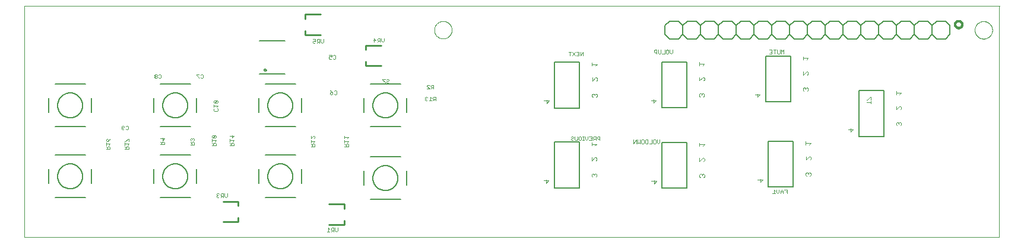
<source format=gbo>
G75*
%MOIN*%
%OFA0B0*%
%FSLAX25Y25*%
%IPPOS*%
%LPD*%
%AMOC8*
5,1,8,0,0,1.08239X$1,22.5*
%
%ADD10C,0.00039*%
%ADD11C,0.00000*%
%ADD12C,0.00200*%
%ADD13C,0.00600*%
%ADD14C,0.01200*%
%ADD15C,0.00800*%
%ADD16C,0.01000*%
%ADD17C,0.00400*%
D10*
X0001846Y0002245D02*
X0549091Y0002245D01*
X0549091Y0132742D01*
X0549591Y0132742D01*
X0549091Y0132742D02*
X0001846Y0132742D01*
X0001846Y0002245D01*
X0535509Y0119035D02*
X0535511Y0119175D01*
X0535517Y0119315D01*
X0535527Y0119454D01*
X0535541Y0119593D01*
X0535559Y0119732D01*
X0535580Y0119870D01*
X0535606Y0120008D01*
X0535636Y0120145D01*
X0535669Y0120280D01*
X0535707Y0120415D01*
X0535748Y0120549D01*
X0535793Y0120682D01*
X0535841Y0120813D01*
X0535894Y0120942D01*
X0535950Y0121071D01*
X0536009Y0121197D01*
X0536073Y0121322D01*
X0536139Y0121445D01*
X0536210Y0121566D01*
X0536283Y0121685D01*
X0536360Y0121802D01*
X0536441Y0121916D01*
X0536524Y0122028D01*
X0536611Y0122138D01*
X0536701Y0122246D01*
X0536793Y0122350D01*
X0536889Y0122452D01*
X0536988Y0122552D01*
X0537089Y0122648D01*
X0537193Y0122742D01*
X0537300Y0122832D01*
X0537409Y0122919D01*
X0537521Y0123004D01*
X0537635Y0123085D01*
X0537751Y0123163D01*
X0537869Y0123237D01*
X0537990Y0123308D01*
X0538112Y0123376D01*
X0538237Y0123440D01*
X0538363Y0123501D01*
X0538490Y0123558D01*
X0538620Y0123611D01*
X0538751Y0123661D01*
X0538883Y0123706D01*
X0539016Y0123749D01*
X0539151Y0123787D01*
X0539286Y0123821D01*
X0539423Y0123852D01*
X0539560Y0123879D01*
X0539698Y0123901D01*
X0539837Y0123920D01*
X0539976Y0123935D01*
X0540115Y0123946D01*
X0540255Y0123953D01*
X0540395Y0123956D01*
X0540535Y0123955D01*
X0540675Y0123950D01*
X0540814Y0123941D01*
X0540954Y0123928D01*
X0541093Y0123911D01*
X0541231Y0123890D01*
X0541369Y0123866D01*
X0541506Y0123837D01*
X0541642Y0123805D01*
X0541777Y0123768D01*
X0541911Y0123728D01*
X0542044Y0123684D01*
X0542175Y0123636D01*
X0542305Y0123585D01*
X0542434Y0123530D01*
X0542561Y0123471D01*
X0542686Y0123408D01*
X0542809Y0123343D01*
X0542931Y0123273D01*
X0543050Y0123200D01*
X0543168Y0123124D01*
X0543283Y0123045D01*
X0543396Y0122962D01*
X0543506Y0122876D01*
X0543614Y0122787D01*
X0543719Y0122695D01*
X0543822Y0122600D01*
X0543922Y0122502D01*
X0544019Y0122402D01*
X0544113Y0122298D01*
X0544205Y0122192D01*
X0544293Y0122084D01*
X0544378Y0121973D01*
X0544460Y0121859D01*
X0544539Y0121743D01*
X0544614Y0121626D01*
X0544686Y0121506D01*
X0544754Y0121384D01*
X0544819Y0121260D01*
X0544881Y0121134D01*
X0544939Y0121007D01*
X0544993Y0120878D01*
X0545044Y0120747D01*
X0545090Y0120615D01*
X0545133Y0120482D01*
X0545173Y0120348D01*
X0545208Y0120213D01*
X0545240Y0120076D01*
X0545267Y0119939D01*
X0545291Y0119801D01*
X0545311Y0119663D01*
X0545327Y0119524D01*
X0545339Y0119384D01*
X0545347Y0119245D01*
X0545351Y0119105D01*
X0545351Y0118965D01*
X0545347Y0118825D01*
X0545339Y0118686D01*
X0545327Y0118546D01*
X0545311Y0118407D01*
X0545291Y0118269D01*
X0545267Y0118131D01*
X0545240Y0117994D01*
X0545208Y0117857D01*
X0545173Y0117722D01*
X0545133Y0117588D01*
X0545090Y0117455D01*
X0545044Y0117323D01*
X0544993Y0117192D01*
X0544939Y0117063D01*
X0544881Y0116936D01*
X0544819Y0116810D01*
X0544754Y0116686D01*
X0544686Y0116564D01*
X0544614Y0116444D01*
X0544539Y0116327D01*
X0544460Y0116211D01*
X0544378Y0116097D01*
X0544293Y0115986D01*
X0544205Y0115878D01*
X0544113Y0115772D01*
X0544019Y0115668D01*
X0543922Y0115568D01*
X0543822Y0115470D01*
X0543719Y0115375D01*
X0543614Y0115283D01*
X0543506Y0115194D01*
X0543396Y0115108D01*
X0543283Y0115025D01*
X0543168Y0114946D01*
X0543050Y0114870D01*
X0542931Y0114797D01*
X0542809Y0114727D01*
X0542686Y0114662D01*
X0542561Y0114599D01*
X0542434Y0114540D01*
X0542305Y0114485D01*
X0542175Y0114434D01*
X0542044Y0114386D01*
X0541911Y0114342D01*
X0541777Y0114302D01*
X0541642Y0114265D01*
X0541506Y0114233D01*
X0541369Y0114204D01*
X0541231Y0114180D01*
X0541093Y0114159D01*
X0540954Y0114142D01*
X0540814Y0114129D01*
X0540675Y0114120D01*
X0540535Y0114115D01*
X0540395Y0114114D01*
X0540255Y0114117D01*
X0540115Y0114124D01*
X0539976Y0114135D01*
X0539837Y0114150D01*
X0539698Y0114169D01*
X0539560Y0114191D01*
X0539423Y0114218D01*
X0539286Y0114249D01*
X0539151Y0114283D01*
X0539016Y0114321D01*
X0538883Y0114364D01*
X0538751Y0114409D01*
X0538620Y0114459D01*
X0538490Y0114512D01*
X0538363Y0114569D01*
X0538237Y0114630D01*
X0538112Y0114694D01*
X0537990Y0114762D01*
X0537869Y0114833D01*
X0537751Y0114907D01*
X0537635Y0114985D01*
X0537521Y0115066D01*
X0537409Y0115151D01*
X0537300Y0115238D01*
X0537193Y0115328D01*
X0537089Y0115422D01*
X0536988Y0115518D01*
X0536889Y0115618D01*
X0536793Y0115720D01*
X0536701Y0115824D01*
X0536611Y0115932D01*
X0536524Y0116042D01*
X0536441Y0116154D01*
X0536360Y0116268D01*
X0536283Y0116385D01*
X0536210Y0116504D01*
X0536139Y0116625D01*
X0536073Y0116748D01*
X0536009Y0116873D01*
X0535950Y0116999D01*
X0535894Y0117128D01*
X0535841Y0117257D01*
X0535793Y0117388D01*
X0535748Y0117521D01*
X0535707Y0117655D01*
X0535669Y0117790D01*
X0535636Y0117925D01*
X0535606Y0118062D01*
X0535580Y0118200D01*
X0535559Y0118338D01*
X0535541Y0118477D01*
X0535527Y0118616D01*
X0535517Y0118755D01*
X0535511Y0118895D01*
X0535509Y0119035D01*
D11*
X0535475Y0119000D02*
X0535477Y0119140D01*
X0535483Y0119280D01*
X0535493Y0119420D01*
X0535507Y0119559D01*
X0535525Y0119698D01*
X0535546Y0119836D01*
X0535572Y0119974D01*
X0535602Y0120111D01*
X0535635Y0120246D01*
X0535673Y0120381D01*
X0535714Y0120515D01*
X0535759Y0120648D01*
X0535808Y0120779D01*
X0535860Y0120909D01*
X0535916Y0121037D01*
X0535976Y0121164D01*
X0536039Y0121289D01*
X0536106Y0121412D01*
X0536176Y0121533D01*
X0536250Y0121652D01*
X0536327Y0121769D01*
X0536407Y0121884D01*
X0536491Y0121996D01*
X0536578Y0122106D01*
X0536668Y0122213D01*
X0536760Y0122318D01*
X0536856Y0122420D01*
X0536955Y0122519D01*
X0537056Y0122616D01*
X0537160Y0122710D01*
X0537267Y0122800D01*
X0537376Y0122888D01*
X0537488Y0122972D01*
X0537602Y0123053D01*
X0537719Y0123131D01*
X0537837Y0123206D01*
X0537958Y0123277D01*
X0538080Y0123344D01*
X0538205Y0123409D01*
X0538331Y0123469D01*
X0538459Y0123526D01*
X0538588Y0123580D01*
X0538719Y0123629D01*
X0538851Y0123675D01*
X0538985Y0123717D01*
X0539120Y0123756D01*
X0539255Y0123790D01*
X0539392Y0123821D01*
X0539529Y0123847D01*
X0539668Y0123870D01*
X0539806Y0123889D01*
X0539946Y0123904D01*
X0540085Y0123915D01*
X0540225Y0123922D01*
X0540365Y0123925D01*
X0540505Y0123924D01*
X0540645Y0123919D01*
X0540785Y0123910D01*
X0540924Y0123897D01*
X0541063Y0123880D01*
X0541202Y0123859D01*
X0541339Y0123835D01*
X0541476Y0123806D01*
X0541613Y0123773D01*
X0541748Y0123737D01*
X0541882Y0123697D01*
X0542015Y0123653D01*
X0542146Y0123605D01*
X0542277Y0123553D01*
X0542405Y0123498D01*
X0542532Y0123439D01*
X0542658Y0123377D01*
X0542781Y0123311D01*
X0542903Y0123242D01*
X0543022Y0123169D01*
X0543140Y0123093D01*
X0543255Y0123013D01*
X0543368Y0122930D01*
X0543479Y0122844D01*
X0543587Y0122755D01*
X0543692Y0122663D01*
X0543795Y0122568D01*
X0543895Y0122470D01*
X0543992Y0122369D01*
X0544086Y0122266D01*
X0544178Y0122160D01*
X0544266Y0122051D01*
X0544351Y0121940D01*
X0544433Y0121826D01*
X0544512Y0121711D01*
X0544587Y0121593D01*
X0544659Y0121473D01*
X0544728Y0121351D01*
X0544793Y0121227D01*
X0544854Y0121101D01*
X0544912Y0120973D01*
X0544967Y0120844D01*
X0545017Y0120714D01*
X0545064Y0120582D01*
X0545107Y0120448D01*
X0545146Y0120314D01*
X0545182Y0120179D01*
X0545213Y0120042D01*
X0545241Y0119905D01*
X0545265Y0119767D01*
X0545285Y0119628D01*
X0545301Y0119489D01*
X0545313Y0119350D01*
X0545321Y0119210D01*
X0545325Y0119070D01*
X0545325Y0118930D01*
X0545321Y0118790D01*
X0545313Y0118650D01*
X0545301Y0118511D01*
X0545285Y0118372D01*
X0545265Y0118233D01*
X0545241Y0118095D01*
X0545213Y0117958D01*
X0545182Y0117821D01*
X0545146Y0117686D01*
X0545107Y0117552D01*
X0545064Y0117418D01*
X0545017Y0117286D01*
X0544967Y0117156D01*
X0544912Y0117027D01*
X0544854Y0116899D01*
X0544793Y0116773D01*
X0544728Y0116649D01*
X0544659Y0116527D01*
X0544587Y0116407D01*
X0544512Y0116289D01*
X0544433Y0116174D01*
X0544351Y0116060D01*
X0544266Y0115949D01*
X0544178Y0115840D01*
X0544086Y0115734D01*
X0543992Y0115631D01*
X0543895Y0115530D01*
X0543795Y0115432D01*
X0543692Y0115337D01*
X0543587Y0115245D01*
X0543479Y0115156D01*
X0543368Y0115070D01*
X0543255Y0114987D01*
X0543140Y0114907D01*
X0543022Y0114831D01*
X0542903Y0114758D01*
X0542781Y0114689D01*
X0542658Y0114623D01*
X0542532Y0114561D01*
X0542405Y0114502D01*
X0542277Y0114447D01*
X0542146Y0114395D01*
X0542015Y0114347D01*
X0541882Y0114303D01*
X0541748Y0114263D01*
X0541613Y0114227D01*
X0541476Y0114194D01*
X0541339Y0114165D01*
X0541202Y0114141D01*
X0541063Y0114120D01*
X0540924Y0114103D01*
X0540785Y0114090D01*
X0540645Y0114081D01*
X0540505Y0114076D01*
X0540365Y0114075D01*
X0540225Y0114078D01*
X0540085Y0114085D01*
X0539946Y0114096D01*
X0539806Y0114111D01*
X0539668Y0114130D01*
X0539529Y0114153D01*
X0539392Y0114179D01*
X0539255Y0114210D01*
X0539120Y0114244D01*
X0538985Y0114283D01*
X0538851Y0114325D01*
X0538719Y0114371D01*
X0538588Y0114420D01*
X0538459Y0114474D01*
X0538331Y0114531D01*
X0538205Y0114591D01*
X0538080Y0114656D01*
X0537958Y0114723D01*
X0537837Y0114794D01*
X0537719Y0114869D01*
X0537602Y0114947D01*
X0537488Y0115028D01*
X0537376Y0115112D01*
X0537267Y0115200D01*
X0537160Y0115290D01*
X0537056Y0115384D01*
X0536955Y0115481D01*
X0536856Y0115580D01*
X0536760Y0115682D01*
X0536668Y0115787D01*
X0536578Y0115894D01*
X0536491Y0116004D01*
X0536407Y0116116D01*
X0536327Y0116231D01*
X0536250Y0116348D01*
X0536176Y0116467D01*
X0536106Y0116588D01*
X0536039Y0116711D01*
X0535976Y0116836D01*
X0535916Y0116963D01*
X0535860Y0117091D01*
X0535808Y0117221D01*
X0535759Y0117352D01*
X0535714Y0117485D01*
X0535673Y0117619D01*
X0535635Y0117754D01*
X0535602Y0117889D01*
X0535572Y0118026D01*
X0535546Y0118164D01*
X0535525Y0118302D01*
X0535507Y0118441D01*
X0535493Y0118580D01*
X0535483Y0118720D01*
X0535477Y0118860D01*
X0535475Y0119000D01*
X0231975Y0119100D02*
X0231977Y0119240D01*
X0231983Y0119380D01*
X0231993Y0119520D01*
X0232007Y0119659D01*
X0232025Y0119798D01*
X0232046Y0119936D01*
X0232072Y0120074D01*
X0232102Y0120211D01*
X0232135Y0120346D01*
X0232173Y0120481D01*
X0232214Y0120615D01*
X0232259Y0120748D01*
X0232308Y0120879D01*
X0232360Y0121009D01*
X0232416Y0121137D01*
X0232476Y0121264D01*
X0232539Y0121389D01*
X0232606Y0121512D01*
X0232676Y0121633D01*
X0232750Y0121752D01*
X0232827Y0121869D01*
X0232907Y0121984D01*
X0232991Y0122096D01*
X0233078Y0122206D01*
X0233168Y0122313D01*
X0233260Y0122418D01*
X0233356Y0122520D01*
X0233455Y0122619D01*
X0233556Y0122716D01*
X0233660Y0122810D01*
X0233767Y0122900D01*
X0233876Y0122988D01*
X0233988Y0123072D01*
X0234102Y0123153D01*
X0234219Y0123231D01*
X0234337Y0123306D01*
X0234458Y0123377D01*
X0234580Y0123444D01*
X0234705Y0123509D01*
X0234831Y0123569D01*
X0234959Y0123626D01*
X0235088Y0123680D01*
X0235219Y0123729D01*
X0235351Y0123775D01*
X0235485Y0123817D01*
X0235620Y0123856D01*
X0235755Y0123890D01*
X0235892Y0123921D01*
X0236029Y0123947D01*
X0236168Y0123970D01*
X0236306Y0123989D01*
X0236446Y0124004D01*
X0236585Y0124015D01*
X0236725Y0124022D01*
X0236865Y0124025D01*
X0237005Y0124024D01*
X0237145Y0124019D01*
X0237285Y0124010D01*
X0237424Y0123997D01*
X0237563Y0123980D01*
X0237702Y0123959D01*
X0237839Y0123935D01*
X0237976Y0123906D01*
X0238113Y0123873D01*
X0238248Y0123837D01*
X0238382Y0123797D01*
X0238515Y0123753D01*
X0238646Y0123705D01*
X0238777Y0123653D01*
X0238905Y0123598D01*
X0239032Y0123539D01*
X0239158Y0123477D01*
X0239281Y0123411D01*
X0239403Y0123342D01*
X0239522Y0123269D01*
X0239640Y0123193D01*
X0239755Y0123113D01*
X0239868Y0123030D01*
X0239979Y0122944D01*
X0240087Y0122855D01*
X0240192Y0122763D01*
X0240295Y0122668D01*
X0240395Y0122570D01*
X0240492Y0122469D01*
X0240586Y0122366D01*
X0240678Y0122260D01*
X0240766Y0122151D01*
X0240851Y0122040D01*
X0240933Y0121926D01*
X0241012Y0121811D01*
X0241087Y0121693D01*
X0241159Y0121573D01*
X0241228Y0121451D01*
X0241293Y0121327D01*
X0241354Y0121201D01*
X0241412Y0121073D01*
X0241467Y0120944D01*
X0241517Y0120814D01*
X0241564Y0120682D01*
X0241607Y0120548D01*
X0241646Y0120414D01*
X0241682Y0120279D01*
X0241713Y0120142D01*
X0241741Y0120005D01*
X0241765Y0119867D01*
X0241785Y0119728D01*
X0241801Y0119589D01*
X0241813Y0119450D01*
X0241821Y0119310D01*
X0241825Y0119170D01*
X0241825Y0119030D01*
X0241821Y0118890D01*
X0241813Y0118750D01*
X0241801Y0118611D01*
X0241785Y0118472D01*
X0241765Y0118333D01*
X0241741Y0118195D01*
X0241713Y0118058D01*
X0241682Y0117921D01*
X0241646Y0117786D01*
X0241607Y0117652D01*
X0241564Y0117518D01*
X0241517Y0117386D01*
X0241467Y0117256D01*
X0241412Y0117127D01*
X0241354Y0116999D01*
X0241293Y0116873D01*
X0241228Y0116749D01*
X0241159Y0116627D01*
X0241087Y0116507D01*
X0241012Y0116389D01*
X0240933Y0116274D01*
X0240851Y0116160D01*
X0240766Y0116049D01*
X0240678Y0115940D01*
X0240586Y0115834D01*
X0240492Y0115731D01*
X0240395Y0115630D01*
X0240295Y0115532D01*
X0240192Y0115437D01*
X0240087Y0115345D01*
X0239979Y0115256D01*
X0239868Y0115170D01*
X0239755Y0115087D01*
X0239640Y0115007D01*
X0239522Y0114931D01*
X0239403Y0114858D01*
X0239281Y0114789D01*
X0239158Y0114723D01*
X0239032Y0114661D01*
X0238905Y0114602D01*
X0238777Y0114547D01*
X0238646Y0114495D01*
X0238515Y0114447D01*
X0238382Y0114403D01*
X0238248Y0114363D01*
X0238113Y0114327D01*
X0237976Y0114294D01*
X0237839Y0114265D01*
X0237702Y0114241D01*
X0237563Y0114220D01*
X0237424Y0114203D01*
X0237285Y0114190D01*
X0237145Y0114181D01*
X0237005Y0114176D01*
X0236865Y0114175D01*
X0236725Y0114178D01*
X0236585Y0114185D01*
X0236446Y0114196D01*
X0236306Y0114211D01*
X0236168Y0114230D01*
X0236029Y0114253D01*
X0235892Y0114279D01*
X0235755Y0114310D01*
X0235620Y0114344D01*
X0235485Y0114383D01*
X0235351Y0114425D01*
X0235219Y0114471D01*
X0235088Y0114520D01*
X0234959Y0114574D01*
X0234831Y0114631D01*
X0234705Y0114691D01*
X0234580Y0114756D01*
X0234458Y0114823D01*
X0234337Y0114894D01*
X0234219Y0114969D01*
X0234102Y0115047D01*
X0233988Y0115128D01*
X0233876Y0115212D01*
X0233767Y0115300D01*
X0233660Y0115390D01*
X0233556Y0115484D01*
X0233455Y0115581D01*
X0233356Y0115680D01*
X0233260Y0115782D01*
X0233168Y0115887D01*
X0233078Y0115994D01*
X0232991Y0116104D01*
X0232907Y0116216D01*
X0232827Y0116331D01*
X0232750Y0116448D01*
X0232676Y0116567D01*
X0232606Y0116688D01*
X0232539Y0116811D01*
X0232476Y0116936D01*
X0232416Y0117063D01*
X0232360Y0117191D01*
X0232308Y0117321D01*
X0232259Y0117452D01*
X0232214Y0117585D01*
X0232173Y0117719D01*
X0232135Y0117854D01*
X0232102Y0117989D01*
X0232072Y0118126D01*
X0232046Y0118264D01*
X0232025Y0118402D01*
X0232007Y0118541D01*
X0231993Y0118680D01*
X0231983Y0118820D01*
X0231977Y0118960D01*
X0231975Y0119100D01*
D12*
X0203715Y0114402D02*
X0203715Y0112934D01*
X0202981Y0112200D01*
X0202247Y0112934D01*
X0202247Y0114402D01*
X0201505Y0114402D02*
X0200404Y0114402D01*
X0200037Y0114035D01*
X0200037Y0113301D01*
X0200404Y0112934D01*
X0201505Y0112934D01*
X0200771Y0112934D02*
X0200037Y0112200D01*
X0199295Y0113301D02*
X0197827Y0113301D01*
X0198194Y0114402D02*
X0199295Y0113301D01*
X0198194Y0112200D02*
X0198194Y0114402D01*
X0201505Y0114402D02*
X0201505Y0112200D01*
X0176610Y0104535D02*
X0176243Y0104902D01*
X0175509Y0104902D01*
X0175142Y0104535D01*
X0174400Y0104902D02*
X0174400Y0103801D01*
X0173666Y0104168D01*
X0173299Y0104168D01*
X0172932Y0103801D01*
X0172932Y0103067D01*
X0173299Y0102700D01*
X0174033Y0102700D01*
X0174400Y0103067D01*
X0175142Y0103067D02*
X0175509Y0102700D01*
X0176243Y0102700D01*
X0176610Y0103067D01*
X0176610Y0104535D01*
X0174400Y0104902D02*
X0172932Y0104902D01*
X0168981Y0111600D02*
X0168247Y0112334D01*
X0168247Y0113802D01*
X0167505Y0113802D02*
X0166404Y0113802D01*
X0166037Y0113435D01*
X0166037Y0112701D01*
X0166404Y0112334D01*
X0167505Y0112334D01*
X0166771Y0112334D02*
X0166037Y0111600D01*
X0165295Y0111967D02*
X0164928Y0111600D01*
X0164194Y0111600D01*
X0163827Y0111967D01*
X0163827Y0112701D01*
X0164194Y0113068D01*
X0164561Y0113068D01*
X0165295Y0112701D01*
X0165295Y0113802D01*
X0163827Y0113802D01*
X0167505Y0113802D02*
X0167505Y0111600D01*
X0168981Y0111600D02*
X0169715Y0112334D01*
X0169715Y0113802D01*
X0102110Y0093635D02*
X0102110Y0092167D01*
X0101743Y0091800D01*
X0101009Y0091800D01*
X0100642Y0092167D01*
X0099900Y0092167D02*
X0099900Y0091800D01*
X0099900Y0092167D02*
X0098432Y0093635D01*
X0098432Y0094002D01*
X0099900Y0094002D01*
X0100642Y0093635D02*
X0101009Y0094002D01*
X0101743Y0094002D01*
X0102110Y0093635D01*
X0078610Y0093635D02*
X0078610Y0092167D01*
X0078243Y0091800D01*
X0077509Y0091800D01*
X0077142Y0092167D01*
X0076400Y0092167D02*
X0076400Y0092534D01*
X0076033Y0092901D01*
X0075299Y0092901D01*
X0074932Y0092534D01*
X0074932Y0092167D01*
X0075299Y0091800D01*
X0076033Y0091800D01*
X0076400Y0092167D01*
X0076033Y0092901D02*
X0076400Y0093268D01*
X0076400Y0093635D01*
X0076033Y0094002D01*
X0075299Y0094002D01*
X0074932Y0093635D01*
X0074932Y0093268D01*
X0075299Y0092901D01*
X0077142Y0093635D02*
X0077509Y0094002D01*
X0078243Y0094002D01*
X0078610Y0093635D01*
X0108200Y0078906D02*
X0108200Y0078172D01*
X0108567Y0077805D01*
X0110035Y0079273D01*
X0108567Y0079273D01*
X0108200Y0078906D01*
X0108567Y0077805D02*
X0110035Y0077805D01*
X0110402Y0078172D01*
X0110402Y0078906D01*
X0110035Y0079273D01*
X0108200Y0077063D02*
X0108200Y0075595D01*
X0108200Y0076329D02*
X0110402Y0076329D01*
X0109668Y0075595D01*
X0110035Y0074853D02*
X0110402Y0074486D01*
X0110402Y0073752D01*
X0110035Y0073385D01*
X0108567Y0073385D01*
X0108200Y0073752D01*
X0108200Y0074486D01*
X0108567Y0074853D01*
X0060110Y0064635D02*
X0060110Y0063167D01*
X0059743Y0062800D01*
X0059009Y0062800D01*
X0058642Y0063167D01*
X0057900Y0063167D02*
X0057533Y0062800D01*
X0056799Y0062800D01*
X0056432Y0063167D01*
X0056432Y0064635D01*
X0056799Y0065002D01*
X0057533Y0065002D01*
X0057900Y0064635D01*
X0057900Y0064268D01*
X0057533Y0063901D01*
X0056432Y0063901D01*
X0058642Y0064635D02*
X0059009Y0065002D01*
X0059743Y0065002D01*
X0060110Y0064635D01*
X0079301Y0058168D02*
X0079301Y0056700D01*
X0080402Y0057801D01*
X0078200Y0057801D01*
X0078200Y0055958D02*
X0078934Y0055224D01*
X0078934Y0055591D02*
X0078934Y0054490D01*
X0078200Y0054490D02*
X0080402Y0054490D01*
X0080402Y0055591D01*
X0080035Y0055958D01*
X0079301Y0055958D01*
X0078934Y0055591D01*
X0095000Y0055858D02*
X0095734Y0055124D01*
X0095734Y0055491D02*
X0095734Y0054390D01*
X0095000Y0054390D02*
X0097202Y0054390D01*
X0097202Y0055491D01*
X0096835Y0055858D01*
X0096101Y0055858D01*
X0095734Y0055491D01*
X0095367Y0056600D02*
X0095000Y0056967D01*
X0095000Y0057701D01*
X0095367Y0058068D01*
X0095734Y0058068D01*
X0096101Y0057701D01*
X0096101Y0057334D01*
X0096101Y0057701D02*
X0096468Y0058068D01*
X0096835Y0058068D01*
X0097202Y0057701D01*
X0097202Y0056967D01*
X0096835Y0056600D01*
X0107200Y0056829D02*
X0109402Y0056829D01*
X0108668Y0056095D01*
X0109035Y0055353D02*
X0108301Y0055353D01*
X0107934Y0054986D01*
X0107934Y0053885D01*
X0107200Y0053885D02*
X0109402Y0053885D01*
X0109402Y0054986D01*
X0109035Y0055353D01*
X0107934Y0054619D02*
X0107200Y0055353D01*
X0107200Y0056095D02*
X0107200Y0057563D01*
X0107567Y0058305D02*
X0109035Y0059773D01*
X0107567Y0059773D01*
X0107200Y0059406D01*
X0107200Y0058672D01*
X0107567Y0058305D01*
X0109035Y0058305D01*
X0109402Y0058672D01*
X0109402Y0059406D01*
X0109035Y0059773D01*
X0117200Y0059406D02*
X0119402Y0059406D01*
X0118301Y0058305D01*
X0118301Y0059773D01*
X0117200Y0057563D02*
X0117200Y0056095D01*
X0117200Y0056829D02*
X0119402Y0056829D01*
X0118668Y0056095D01*
X0119035Y0055353D02*
X0118301Y0055353D01*
X0117934Y0054986D01*
X0117934Y0053885D01*
X0117200Y0053885D02*
X0119402Y0053885D01*
X0119402Y0054986D01*
X0119035Y0055353D01*
X0117934Y0054619D02*
X0117200Y0055353D01*
X0162700Y0055595D02*
X0162700Y0057063D01*
X0162700Y0056329D02*
X0164902Y0056329D01*
X0164168Y0055595D01*
X0164535Y0054853D02*
X0163801Y0054853D01*
X0163434Y0054486D01*
X0163434Y0053385D01*
X0162700Y0053385D02*
X0164902Y0053385D01*
X0164902Y0054486D01*
X0164535Y0054853D01*
X0163434Y0054119D02*
X0162700Y0054853D01*
X0162700Y0057805D02*
X0164168Y0059273D01*
X0164535Y0059273D01*
X0164902Y0058906D01*
X0164902Y0058172D01*
X0164535Y0057805D01*
X0162700Y0057805D02*
X0162700Y0059273D01*
X0181600Y0059273D02*
X0181600Y0057805D01*
X0181600Y0058539D02*
X0183802Y0058539D01*
X0183068Y0057805D01*
X0181600Y0057063D02*
X0181600Y0055595D01*
X0181600Y0056329D02*
X0183802Y0056329D01*
X0183068Y0055595D01*
X0183435Y0054853D02*
X0182701Y0054853D01*
X0182334Y0054486D01*
X0182334Y0053385D01*
X0181600Y0053385D02*
X0183802Y0053385D01*
X0183802Y0054486D01*
X0183435Y0054853D01*
X0182334Y0054119D02*
X0181600Y0054853D01*
X0226827Y0079567D02*
X0227194Y0079200D01*
X0227928Y0079200D01*
X0228295Y0079567D01*
X0229037Y0079200D02*
X0230505Y0079200D01*
X0229771Y0079200D02*
X0229771Y0081402D01*
X0230505Y0080668D01*
X0231247Y0081035D02*
X0231247Y0080301D01*
X0231614Y0079934D01*
X0232715Y0079934D01*
X0232715Y0079200D02*
X0232715Y0081402D01*
X0231614Y0081402D01*
X0231247Y0081035D01*
X0231981Y0079934D02*
X0231247Y0079200D01*
X0227561Y0080301D02*
X0227194Y0080301D01*
X0226827Y0079934D01*
X0226827Y0079567D01*
X0227194Y0080301D02*
X0226827Y0080668D01*
X0226827Y0081035D01*
X0227194Y0081402D01*
X0227928Y0081402D01*
X0228295Y0081035D01*
X0227932Y0085800D02*
X0229400Y0085800D01*
X0227932Y0087268D01*
X0227932Y0087635D01*
X0228299Y0088002D01*
X0229033Y0088002D01*
X0229400Y0087635D01*
X0230142Y0087635D02*
X0230142Y0086901D01*
X0230509Y0086534D01*
X0231610Y0086534D01*
X0231610Y0085800D02*
X0231610Y0088002D01*
X0230509Y0088002D01*
X0230142Y0087635D01*
X0230876Y0086534D02*
X0230142Y0085800D01*
X0206610Y0089567D02*
X0206243Y0089200D01*
X0205509Y0089200D01*
X0205142Y0089567D01*
X0205142Y0089934D01*
X0205509Y0090301D01*
X0206243Y0090301D01*
X0206610Y0090668D01*
X0206610Y0091035D01*
X0206243Y0091402D01*
X0205509Y0091402D01*
X0205142Y0091035D01*
X0204400Y0091402D02*
X0202932Y0091402D01*
X0202932Y0091035D01*
X0204400Y0089567D01*
X0204400Y0089200D01*
X0177110Y0084535D02*
X0177110Y0083067D01*
X0176743Y0082700D01*
X0176009Y0082700D01*
X0175642Y0083067D01*
X0174900Y0083067D02*
X0174533Y0082700D01*
X0173799Y0082700D01*
X0173432Y0083067D01*
X0173432Y0083434D01*
X0173799Y0083801D01*
X0174900Y0083801D01*
X0174900Y0083067D01*
X0174900Y0083801D02*
X0174166Y0084535D01*
X0173432Y0084902D01*
X0175642Y0084535D02*
X0176009Y0084902D01*
X0176743Y0084902D01*
X0177110Y0084535D01*
X0060402Y0057773D02*
X0060402Y0056305D01*
X0060402Y0057773D02*
X0060035Y0057773D01*
X0058567Y0056305D01*
X0058200Y0056305D01*
X0058200Y0055563D02*
X0058200Y0054095D01*
X0058200Y0054829D02*
X0060402Y0054829D01*
X0059668Y0054095D01*
X0060035Y0053353D02*
X0059301Y0053353D01*
X0058934Y0052986D01*
X0058934Y0051885D01*
X0058200Y0051885D02*
X0060402Y0051885D01*
X0060402Y0052986D01*
X0060035Y0053353D01*
X0058934Y0052619D02*
X0058200Y0053353D01*
X0049902Y0052986D02*
X0049902Y0051885D01*
X0047700Y0051885D01*
X0048434Y0051885D02*
X0048434Y0052986D01*
X0048801Y0053353D01*
X0049535Y0053353D01*
X0049902Y0052986D01*
X0049168Y0054095D02*
X0049902Y0054829D01*
X0047700Y0054829D01*
X0047700Y0054095D02*
X0047700Y0055563D01*
X0048067Y0056305D02*
X0047700Y0056672D01*
X0047700Y0057406D01*
X0048067Y0057773D01*
X0048434Y0057773D01*
X0048801Y0057406D01*
X0048801Y0056305D01*
X0048067Y0056305D01*
X0048801Y0056305D02*
X0049535Y0057039D01*
X0049902Y0057773D01*
X0047700Y0053353D02*
X0048434Y0052619D01*
X0109827Y0026535D02*
X0109827Y0026168D01*
X0110194Y0025801D01*
X0109827Y0025434D01*
X0109827Y0025067D01*
X0110194Y0024700D01*
X0110928Y0024700D01*
X0111295Y0025067D01*
X0112037Y0024700D02*
X0112771Y0025434D01*
X0112404Y0025434D02*
X0113505Y0025434D01*
X0113505Y0024700D02*
X0113505Y0026902D01*
X0112404Y0026902D01*
X0112037Y0026535D01*
X0112037Y0025801D01*
X0112404Y0025434D01*
X0111295Y0026535D02*
X0110928Y0026902D01*
X0110194Y0026902D01*
X0109827Y0026535D01*
X0110194Y0025801D02*
X0110561Y0025801D01*
X0114247Y0025434D02*
X0114247Y0026902D01*
X0115715Y0026902D02*
X0115715Y0025434D01*
X0114981Y0024700D01*
X0114247Y0025434D01*
X0172561Y0007502D02*
X0172561Y0005300D01*
X0173295Y0005300D02*
X0171827Y0005300D01*
X0174037Y0005300D02*
X0174771Y0006034D01*
X0174404Y0006034D02*
X0175505Y0006034D01*
X0175505Y0005300D02*
X0175505Y0007502D01*
X0174404Y0007502D01*
X0174037Y0007135D01*
X0174037Y0006401D01*
X0174404Y0006034D01*
X0173295Y0006768D02*
X0172561Y0007502D01*
X0176247Y0007502D02*
X0176247Y0006034D01*
X0176981Y0005300D01*
X0177715Y0006034D01*
X0177715Y0007502D01*
X0343842Y0055000D02*
X0343842Y0057202D01*
X0345310Y0057202D02*
X0343842Y0055000D01*
X0345310Y0055000D02*
X0345310Y0057202D01*
X0346052Y0057202D02*
X0346052Y0055000D01*
X0346786Y0055734D01*
X0347520Y0055000D01*
X0347520Y0057202D01*
X0348262Y0056835D02*
X0348629Y0057202D01*
X0349363Y0057202D01*
X0349730Y0056835D01*
X0349730Y0055367D01*
X0349363Y0055000D01*
X0348629Y0055000D01*
X0348262Y0055367D01*
X0348262Y0056835D01*
X0350472Y0056835D02*
X0350839Y0057202D01*
X0351940Y0057202D01*
X0351940Y0055000D01*
X0350839Y0055000D01*
X0350472Y0055367D01*
X0350472Y0056835D01*
X0354149Y0057202D02*
X0354149Y0055000D01*
X0352682Y0055000D01*
X0354891Y0055367D02*
X0355258Y0055000D01*
X0355992Y0055000D01*
X0356359Y0055367D01*
X0356359Y0056835D01*
X0355992Y0057202D01*
X0355258Y0057202D01*
X0354891Y0056835D01*
X0354891Y0055367D01*
X0357101Y0055734D02*
X0357101Y0057202D01*
X0357101Y0055734D02*
X0357835Y0055000D01*
X0358569Y0055734D01*
X0358569Y0057202D01*
X0324842Y0056900D02*
X0324842Y0059102D01*
X0323742Y0059102D01*
X0323375Y0058735D01*
X0323375Y0058001D01*
X0323742Y0057634D01*
X0324842Y0057634D01*
X0322633Y0057634D02*
X0321532Y0057634D01*
X0321165Y0058001D01*
X0321165Y0058735D01*
X0321532Y0059102D01*
X0322633Y0059102D01*
X0322633Y0056900D01*
X0321899Y0057634D02*
X0321165Y0056900D01*
X0320423Y0056900D02*
X0318955Y0056900D01*
X0318213Y0057634D02*
X0317479Y0056900D01*
X0316745Y0057634D01*
X0316745Y0059102D01*
X0316003Y0059102D02*
X0315269Y0059102D01*
X0315636Y0059102D02*
X0315636Y0056900D01*
X0316003Y0056900D02*
X0315269Y0056900D01*
X0314530Y0057267D02*
X0314163Y0056900D01*
X0313429Y0056900D01*
X0313062Y0057267D01*
X0313062Y0058735D01*
X0313429Y0059102D01*
X0314163Y0059102D01*
X0314530Y0058735D01*
X0314530Y0057267D01*
X0312320Y0057267D02*
X0312320Y0059102D01*
X0310852Y0059102D02*
X0310852Y0057267D01*
X0311219Y0056900D01*
X0311953Y0056900D01*
X0312320Y0057267D01*
X0310110Y0057267D02*
X0309743Y0056900D01*
X0309009Y0056900D01*
X0308642Y0057267D01*
X0308642Y0057634D01*
X0309009Y0058001D01*
X0309743Y0058001D01*
X0310110Y0058368D01*
X0310110Y0058735D01*
X0309743Y0059102D01*
X0309009Y0059102D01*
X0308642Y0058735D01*
X0318213Y0059102D02*
X0318213Y0057634D01*
X0319689Y0058001D02*
X0320423Y0058001D01*
X0320423Y0059102D02*
X0320423Y0056900D01*
X0320423Y0059102D02*
X0318955Y0059102D01*
X0422676Y0029002D02*
X0422676Y0026800D01*
X0423410Y0026800D02*
X0421942Y0026800D01*
X0424152Y0027534D02*
X0424152Y0029002D01*
X0423410Y0028268D02*
X0422676Y0029002D01*
X0424152Y0027534D02*
X0424886Y0026800D01*
X0425620Y0027534D01*
X0425620Y0029002D01*
X0426362Y0028268D02*
X0426362Y0026800D01*
X0426362Y0027901D02*
X0427830Y0027901D01*
X0427830Y0028268D02*
X0427830Y0026800D01*
X0429306Y0027901D02*
X0430040Y0027901D01*
X0430040Y0029002D02*
X0428572Y0029002D01*
X0427830Y0028268D02*
X0427096Y0029002D01*
X0426362Y0028268D01*
X0430040Y0029002D02*
X0430040Y0026800D01*
X0477002Y0077580D02*
X0477002Y0079048D01*
X0477002Y0078314D02*
X0474800Y0078314D01*
X0474800Y0079790D02*
X0475167Y0079790D01*
X0476635Y0081258D01*
X0477002Y0081258D01*
X0477002Y0079790D01*
X0428240Y0105600D02*
X0428240Y0107802D01*
X0427506Y0107068D01*
X0426772Y0107802D01*
X0426772Y0105600D01*
X0426030Y0105967D02*
X0425663Y0105600D01*
X0424929Y0105600D01*
X0424562Y0105967D01*
X0424562Y0107802D01*
X0423820Y0107802D02*
X0422352Y0107802D01*
X0423086Y0107802D02*
X0423086Y0105600D01*
X0421610Y0105600D02*
X0420142Y0105600D01*
X0420876Y0106701D02*
X0421610Y0106701D01*
X0421610Y0107802D02*
X0421610Y0105600D01*
X0426030Y0105967D02*
X0426030Y0107802D01*
X0421610Y0107802D02*
X0420142Y0107802D01*
X0365749Y0107802D02*
X0365749Y0106334D01*
X0365015Y0105600D01*
X0364282Y0106334D01*
X0364282Y0107802D01*
X0363540Y0107435D02*
X0363540Y0105967D01*
X0363173Y0105600D01*
X0362439Y0105600D01*
X0362072Y0105967D01*
X0362072Y0107435D01*
X0362439Y0107802D01*
X0363173Y0107802D01*
X0363540Y0107435D01*
X0361330Y0107802D02*
X0361330Y0105600D01*
X0359862Y0105600D01*
X0359120Y0105967D02*
X0358753Y0105600D01*
X0358019Y0105600D01*
X0357652Y0105967D01*
X0357652Y0107802D01*
X0356910Y0107802D02*
X0355809Y0107802D01*
X0355442Y0107435D01*
X0355442Y0106701D01*
X0355809Y0106334D01*
X0356910Y0106334D01*
X0356910Y0105600D02*
X0356910Y0107802D01*
X0359120Y0107802D02*
X0359120Y0105967D01*
X0315440Y0106702D02*
X0315440Y0104500D01*
X0313972Y0104500D02*
X0313972Y0106702D01*
X0313230Y0106702D02*
X0313230Y0104500D01*
X0311762Y0104500D01*
X0311020Y0104500D02*
X0309552Y0106702D01*
X0308810Y0106702D02*
X0307342Y0106702D01*
X0308076Y0106702D02*
X0308076Y0104500D01*
X0309552Y0104500D02*
X0311020Y0106702D01*
X0311762Y0106702D02*
X0313230Y0106702D01*
X0313230Y0105601D02*
X0312496Y0105601D01*
X0313972Y0104500D02*
X0315440Y0106702D01*
D13*
X0361500Y0116600D02*
X0364000Y0114100D01*
X0369000Y0114100D01*
X0371500Y0116600D01*
X0374000Y0114100D01*
X0379000Y0114100D01*
X0381500Y0116600D01*
X0384000Y0114100D01*
X0389000Y0114100D01*
X0391500Y0116600D01*
X0394000Y0114100D01*
X0399000Y0114100D01*
X0401500Y0116600D01*
X0404000Y0114100D01*
X0409000Y0114100D01*
X0411500Y0116600D01*
X0414000Y0114100D01*
X0419000Y0114100D01*
X0421500Y0116600D01*
X0424000Y0114100D01*
X0429000Y0114100D01*
X0431500Y0116600D01*
X0434000Y0114100D01*
X0439000Y0114100D01*
X0441500Y0116600D01*
X0444000Y0114100D01*
X0449000Y0114100D01*
X0451500Y0116600D01*
X0454000Y0114100D01*
X0459000Y0114100D01*
X0461500Y0116600D01*
X0464000Y0114100D01*
X0469000Y0114100D01*
X0471500Y0116600D01*
X0474000Y0114100D01*
X0479000Y0114100D01*
X0481500Y0116600D01*
X0484000Y0114100D01*
X0489000Y0114100D01*
X0491500Y0116600D01*
X0494000Y0114100D01*
X0499000Y0114100D01*
X0501500Y0116600D01*
X0504000Y0114100D01*
X0509000Y0114100D01*
X0511500Y0116600D01*
X0514000Y0114100D01*
X0519000Y0114100D01*
X0521500Y0116600D01*
X0521500Y0121600D01*
X0519000Y0124100D01*
X0514000Y0124100D01*
X0511500Y0121600D01*
X0509000Y0124100D01*
X0504000Y0124100D01*
X0501500Y0121600D01*
X0501500Y0116600D01*
X0511500Y0116600D02*
X0511500Y0121600D01*
X0501500Y0121600D02*
X0499000Y0124100D01*
X0494000Y0124100D01*
X0491500Y0121600D01*
X0489000Y0124100D01*
X0484000Y0124100D01*
X0481500Y0121600D01*
X0479000Y0124100D01*
X0474000Y0124100D01*
X0471500Y0121600D01*
X0471500Y0116600D01*
X0461500Y0116600D02*
X0461500Y0121600D01*
X0459000Y0124100D01*
X0454000Y0124100D01*
X0451500Y0121600D01*
X0449000Y0124100D01*
X0444000Y0124100D01*
X0441500Y0121600D01*
X0441500Y0116600D01*
X0451500Y0116600D02*
X0451500Y0121600D01*
X0441500Y0121600D02*
X0439000Y0124100D01*
X0434000Y0124100D01*
X0431500Y0121600D01*
X0429000Y0124100D01*
X0424000Y0124100D01*
X0421500Y0121600D01*
X0419000Y0124100D01*
X0414000Y0124100D01*
X0411500Y0121600D01*
X0411500Y0116600D01*
X0401500Y0116600D02*
X0401500Y0121600D01*
X0399000Y0124100D01*
X0394000Y0124100D01*
X0391500Y0121600D01*
X0389000Y0124100D01*
X0384000Y0124100D01*
X0381500Y0121600D01*
X0381500Y0116600D01*
X0371500Y0116600D02*
X0371500Y0121600D01*
X0369000Y0124100D01*
X0364000Y0124100D01*
X0361500Y0121600D01*
X0361500Y0116600D01*
X0371500Y0121600D02*
X0374000Y0124100D01*
X0379000Y0124100D01*
X0381500Y0121600D01*
X0391500Y0121600D02*
X0391500Y0116600D01*
X0401500Y0121600D02*
X0404000Y0124100D01*
X0409000Y0124100D01*
X0411500Y0121600D01*
X0421500Y0121600D02*
X0421500Y0116600D01*
X0431500Y0116600D02*
X0431500Y0121600D01*
X0461500Y0121600D02*
X0464000Y0124100D01*
X0469000Y0124100D01*
X0471500Y0121600D01*
X0481500Y0121600D02*
X0481500Y0116600D01*
X0491500Y0116600D02*
X0491500Y0121600D01*
X0148098Y0112899D02*
X0133902Y0112899D01*
X0133902Y0094301D02*
X0148098Y0094301D01*
D14*
X0524500Y0122100D02*
X0524502Y0122189D01*
X0524508Y0122278D01*
X0524518Y0122367D01*
X0524532Y0122455D01*
X0524549Y0122542D01*
X0524571Y0122628D01*
X0524597Y0122714D01*
X0524626Y0122798D01*
X0524659Y0122881D01*
X0524695Y0122962D01*
X0524736Y0123042D01*
X0524779Y0123119D01*
X0524826Y0123195D01*
X0524877Y0123268D01*
X0524930Y0123339D01*
X0524987Y0123408D01*
X0525047Y0123474D01*
X0525110Y0123538D01*
X0525175Y0123598D01*
X0525243Y0123656D01*
X0525314Y0123710D01*
X0525387Y0123761D01*
X0525462Y0123809D01*
X0525539Y0123854D01*
X0525618Y0123895D01*
X0525699Y0123932D01*
X0525781Y0123966D01*
X0525865Y0123997D01*
X0525950Y0124023D01*
X0526036Y0124046D01*
X0526123Y0124064D01*
X0526211Y0124079D01*
X0526300Y0124090D01*
X0526389Y0124097D01*
X0526478Y0124100D01*
X0526567Y0124099D01*
X0526656Y0124094D01*
X0526744Y0124085D01*
X0526833Y0124072D01*
X0526920Y0124055D01*
X0527007Y0124035D01*
X0527093Y0124010D01*
X0527177Y0123982D01*
X0527260Y0123950D01*
X0527342Y0123914D01*
X0527422Y0123875D01*
X0527500Y0123832D01*
X0527576Y0123786D01*
X0527650Y0123736D01*
X0527722Y0123683D01*
X0527791Y0123627D01*
X0527858Y0123568D01*
X0527922Y0123506D01*
X0527983Y0123442D01*
X0528042Y0123374D01*
X0528097Y0123304D01*
X0528149Y0123232D01*
X0528198Y0123157D01*
X0528243Y0123081D01*
X0528285Y0123002D01*
X0528323Y0122922D01*
X0528358Y0122840D01*
X0528389Y0122756D01*
X0528417Y0122671D01*
X0528440Y0122585D01*
X0528460Y0122498D01*
X0528476Y0122411D01*
X0528488Y0122322D01*
X0528496Y0122234D01*
X0528500Y0122145D01*
X0528500Y0122055D01*
X0528496Y0121966D01*
X0528488Y0121878D01*
X0528476Y0121789D01*
X0528460Y0121702D01*
X0528440Y0121615D01*
X0528417Y0121529D01*
X0528389Y0121444D01*
X0528358Y0121360D01*
X0528323Y0121278D01*
X0528285Y0121198D01*
X0528243Y0121119D01*
X0528198Y0121043D01*
X0528149Y0120968D01*
X0528097Y0120896D01*
X0528042Y0120826D01*
X0527983Y0120758D01*
X0527922Y0120694D01*
X0527858Y0120632D01*
X0527791Y0120573D01*
X0527722Y0120517D01*
X0527650Y0120464D01*
X0527576Y0120414D01*
X0527500Y0120368D01*
X0527422Y0120325D01*
X0527342Y0120286D01*
X0527260Y0120250D01*
X0527177Y0120218D01*
X0527093Y0120190D01*
X0527007Y0120165D01*
X0526920Y0120145D01*
X0526833Y0120128D01*
X0526744Y0120115D01*
X0526656Y0120106D01*
X0526567Y0120101D01*
X0526478Y0120100D01*
X0526389Y0120103D01*
X0526300Y0120110D01*
X0526211Y0120121D01*
X0526123Y0120136D01*
X0526036Y0120154D01*
X0525950Y0120177D01*
X0525865Y0120203D01*
X0525781Y0120234D01*
X0525699Y0120268D01*
X0525618Y0120305D01*
X0525539Y0120346D01*
X0525462Y0120391D01*
X0525387Y0120439D01*
X0525314Y0120490D01*
X0525243Y0120544D01*
X0525175Y0120602D01*
X0525110Y0120662D01*
X0525047Y0120726D01*
X0524987Y0120792D01*
X0524930Y0120861D01*
X0524877Y0120932D01*
X0524826Y0121005D01*
X0524779Y0121081D01*
X0524736Y0121158D01*
X0524695Y0121238D01*
X0524659Y0121319D01*
X0524626Y0121402D01*
X0524597Y0121486D01*
X0524571Y0121572D01*
X0524549Y0121658D01*
X0524532Y0121745D01*
X0524518Y0121833D01*
X0524508Y0121922D01*
X0524502Y0122011D01*
X0524500Y0122100D01*
D15*
X0432100Y0104300D02*
X0418100Y0104300D01*
X0418100Y0078500D01*
X0432100Y0078500D01*
X0432100Y0104300D01*
X0373800Y0101100D02*
X0359800Y0101100D01*
X0359800Y0075300D01*
X0373800Y0075300D01*
X0373800Y0101100D01*
X0313600Y0100900D02*
X0299600Y0100900D01*
X0299600Y0075100D01*
X0313600Y0075100D01*
X0313600Y0100900D01*
X0216500Y0080647D02*
X0216500Y0072600D01*
X0197500Y0076600D02*
X0197502Y0076772D01*
X0197508Y0076943D01*
X0197519Y0077115D01*
X0197534Y0077286D01*
X0197553Y0077457D01*
X0197576Y0077627D01*
X0197603Y0077797D01*
X0197635Y0077966D01*
X0197670Y0078134D01*
X0197710Y0078301D01*
X0197754Y0078467D01*
X0197801Y0078632D01*
X0197853Y0078796D01*
X0197909Y0078958D01*
X0197969Y0079119D01*
X0198033Y0079279D01*
X0198101Y0079437D01*
X0198172Y0079593D01*
X0198247Y0079747D01*
X0198327Y0079900D01*
X0198409Y0080050D01*
X0198496Y0080199D01*
X0198586Y0080345D01*
X0198680Y0080489D01*
X0198777Y0080631D01*
X0198878Y0080770D01*
X0198982Y0080907D01*
X0199089Y0081041D01*
X0199200Y0081172D01*
X0199313Y0081301D01*
X0199430Y0081427D01*
X0199550Y0081550D01*
X0199673Y0081670D01*
X0199799Y0081787D01*
X0199928Y0081900D01*
X0200059Y0082011D01*
X0200193Y0082118D01*
X0200330Y0082222D01*
X0200469Y0082323D01*
X0200611Y0082420D01*
X0200755Y0082514D01*
X0200901Y0082604D01*
X0201050Y0082691D01*
X0201200Y0082773D01*
X0201353Y0082853D01*
X0201507Y0082928D01*
X0201663Y0082999D01*
X0201821Y0083067D01*
X0201981Y0083131D01*
X0202142Y0083191D01*
X0202304Y0083247D01*
X0202468Y0083299D01*
X0202633Y0083346D01*
X0202799Y0083390D01*
X0202966Y0083430D01*
X0203134Y0083465D01*
X0203303Y0083497D01*
X0203473Y0083524D01*
X0203643Y0083547D01*
X0203814Y0083566D01*
X0203985Y0083581D01*
X0204157Y0083592D01*
X0204328Y0083598D01*
X0204500Y0083600D01*
X0204672Y0083598D01*
X0204843Y0083592D01*
X0205015Y0083581D01*
X0205186Y0083566D01*
X0205357Y0083547D01*
X0205527Y0083524D01*
X0205697Y0083497D01*
X0205866Y0083465D01*
X0206034Y0083430D01*
X0206201Y0083390D01*
X0206367Y0083346D01*
X0206532Y0083299D01*
X0206696Y0083247D01*
X0206858Y0083191D01*
X0207019Y0083131D01*
X0207179Y0083067D01*
X0207337Y0082999D01*
X0207493Y0082928D01*
X0207647Y0082853D01*
X0207800Y0082773D01*
X0207950Y0082691D01*
X0208099Y0082604D01*
X0208245Y0082514D01*
X0208389Y0082420D01*
X0208531Y0082323D01*
X0208670Y0082222D01*
X0208807Y0082118D01*
X0208941Y0082011D01*
X0209072Y0081900D01*
X0209201Y0081787D01*
X0209327Y0081670D01*
X0209450Y0081550D01*
X0209570Y0081427D01*
X0209687Y0081301D01*
X0209800Y0081172D01*
X0209911Y0081041D01*
X0210018Y0080907D01*
X0210122Y0080770D01*
X0210223Y0080631D01*
X0210320Y0080489D01*
X0210414Y0080345D01*
X0210504Y0080199D01*
X0210591Y0080050D01*
X0210673Y0079900D01*
X0210753Y0079747D01*
X0210828Y0079593D01*
X0210899Y0079437D01*
X0210967Y0079279D01*
X0211031Y0079119D01*
X0211091Y0078958D01*
X0211147Y0078796D01*
X0211199Y0078632D01*
X0211246Y0078467D01*
X0211290Y0078301D01*
X0211330Y0078134D01*
X0211365Y0077966D01*
X0211397Y0077797D01*
X0211424Y0077627D01*
X0211447Y0077457D01*
X0211466Y0077286D01*
X0211481Y0077115D01*
X0211492Y0076943D01*
X0211498Y0076772D01*
X0211500Y0076600D01*
X0211498Y0076428D01*
X0211492Y0076257D01*
X0211481Y0076085D01*
X0211466Y0075914D01*
X0211447Y0075743D01*
X0211424Y0075573D01*
X0211397Y0075403D01*
X0211365Y0075234D01*
X0211330Y0075066D01*
X0211290Y0074899D01*
X0211246Y0074733D01*
X0211199Y0074568D01*
X0211147Y0074404D01*
X0211091Y0074242D01*
X0211031Y0074081D01*
X0210967Y0073921D01*
X0210899Y0073763D01*
X0210828Y0073607D01*
X0210753Y0073453D01*
X0210673Y0073300D01*
X0210591Y0073150D01*
X0210504Y0073001D01*
X0210414Y0072855D01*
X0210320Y0072711D01*
X0210223Y0072569D01*
X0210122Y0072430D01*
X0210018Y0072293D01*
X0209911Y0072159D01*
X0209800Y0072028D01*
X0209687Y0071899D01*
X0209570Y0071773D01*
X0209450Y0071650D01*
X0209327Y0071530D01*
X0209201Y0071413D01*
X0209072Y0071300D01*
X0208941Y0071189D01*
X0208807Y0071082D01*
X0208670Y0070978D01*
X0208531Y0070877D01*
X0208389Y0070780D01*
X0208245Y0070686D01*
X0208099Y0070596D01*
X0207950Y0070509D01*
X0207800Y0070427D01*
X0207647Y0070347D01*
X0207493Y0070272D01*
X0207337Y0070201D01*
X0207179Y0070133D01*
X0207019Y0070069D01*
X0206858Y0070009D01*
X0206696Y0069953D01*
X0206532Y0069901D01*
X0206367Y0069854D01*
X0206201Y0069810D01*
X0206034Y0069770D01*
X0205866Y0069735D01*
X0205697Y0069703D01*
X0205527Y0069676D01*
X0205357Y0069653D01*
X0205186Y0069634D01*
X0205015Y0069619D01*
X0204843Y0069608D01*
X0204672Y0069602D01*
X0204500Y0069600D01*
X0204328Y0069602D01*
X0204157Y0069608D01*
X0203985Y0069619D01*
X0203814Y0069634D01*
X0203643Y0069653D01*
X0203473Y0069676D01*
X0203303Y0069703D01*
X0203134Y0069735D01*
X0202966Y0069770D01*
X0202799Y0069810D01*
X0202633Y0069854D01*
X0202468Y0069901D01*
X0202304Y0069953D01*
X0202142Y0070009D01*
X0201981Y0070069D01*
X0201821Y0070133D01*
X0201663Y0070201D01*
X0201507Y0070272D01*
X0201353Y0070347D01*
X0201200Y0070427D01*
X0201050Y0070509D01*
X0200901Y0070596D01*
X0200755Y0070686D01*
X0200611Y0070780D01*
X0200469Y0070877D01*
X0200330Y0070978D01*
X0200193Y0071082D01*
X0200059Y0071189D01*
X0199928Y0071300D01*
X0199799Y0071413D01*
X0199673Y0071530D01*
X0199550Y0071650D01*
X0199430Y0071773D01*
X0199313Y0071899D01*
X0199200Y0072028D01*
X0199089Y0072159D01*
X0198982Y0072293D01*
X0198878Y0072430D01*
X0198777Y0072569D01*
X0198680Y0072711D01*
X0198586Y0072855D01*
X0198496Y0073001D01*
X0198409Y0073150D01*
X0198327Y0073300D01*
X0198247Y0073453D01*
X0198172Y0073607D01*
X0198101Y0073763D01*
X0198033Y0073921D01*
X0197969Y0074081D01*
X0197909Y0074242D01*
X0197853Y0074404D01*
X0197801Y0074568D01*
X0197754Y0074733D01*
X0197710Y0074899D01*
X0197670Y0075066D01*
X0197635Y0075234D01*
X0197603Y0075403D01*
X0197576Y0075573D01*
X0197553Y0075743D01*
X0197534Y0075914D01*
X0197519Y0076085D01*
X0197508Y0076257D01*
X0197502Y0076428D01*
X0197500Y0076600D01*
X0192500Y0080529D02*
X0192500Y0072600D01*
X0196000Y0064600D02*
X0213000Y0064600D01*
X0157500Y0072671D02*
X0157500Y0080600D01*
X0138500Y0076600D02*
X0138502Y0076772D01*
X0138508Y0076943D01*
X0138519Y0077115D01*
X0138534Y0077286D01*
X0138553Y0077457D01*
X0138576Y0077627D01*
X0138603Y0077797D01*
X0138635Y0077966D01*
X0138670Y0078134D01*
X0138710Y0078301D01*
X0138754Y0078467D01*
X0138801Y0078632D01*
X0138853Y0078796D01*
X0138909Y0078958D01*
X0138969Y0079119D01*
X0139033Y0079279D01*
X0139101Y0079437D01*
X0139172Y0079593D01*
X0139247Y0079747D01*
X0139327Y0079900D01*
X0139409Y0080050D01*
X0139496Y0080199D01*
X0139586Y0080345D01*
X0139680Y0080489D01*
X0139777Y0080631D01*
X0139878Y0080770D01*
X0139982Y0080907D01*
X0140089Y0081041D01*
X0140200Y0081172D01*
X0140313Y0081301D01*
X0140430Y0081427D01*
X0140550Y0081550D01*
X0140673Y0081670D01*
X0140799Y0081787D01*
X0140928Y0081900D01*
X0141059Y0082011D01*
X0141193Y0082118D01*
X0141330Y0082222D01*
X0141469Y0082323D01*
X0141611Y0082420D01*
X0141755Y0082514D01*
X0141901Y0082604D01*
X0142050Y0082691D01*
X0142200Y0082773D01*
X0142353Y0082853D01*
X0142507Y0082928D01*
X0142663Y0082999D01*
X0142821Y0083067D01*
X0142981Y0083131D01*
X0143142Y0083191D01*
X0143304Y0083247D01*
X0143468Y0083299D01*
X0143633Y0083346D01*
X0143799Y0083390D01*
X0143966Y0083430D01*
X0144134Y0083465D01*
X0144303Y0083497D01*
X0144473Y0083524D01*
X0144643Y0083547D01*
X0144814Y0083566D01*
X0144985Y0083581D01*
X0145157Y0083592D01*
X0145328Y0083598D01*
X0145500Y0083600D01*
X0145672Y0083598D01*
X0145843Y0083592D01*
X0146015Y0083581D01*
X0146186Y0083566D01*
X0146357Y0083547D01*
X0146527Y0083524D01*
X0146697Y0083497D01*
X0146866Y0083465D01*
X0147034Y0083430D01*
X0147201Y0083390D01*
X0147367Y0083346D01*
X0147532Y0083299D01*
X0147696Y0083247D01*
X0147858Y0083191D01*
X0148019Y0083131D01*
X0148179Y0083067D01*
X0148337Y0082999D01*
X0148493Y0082928D01*
X0148647Y0082853D01*
X0148800Y0082773D01*
X0148950Y0082691D01*
X0149099Y0082604D01*
X0149245Y0082514D01*
X0149389Y0082420D01*
X0149531Y0082323D01*
X0149670Y0082222D01*
X0149807Y0082118D01*
X0149941Y0082011D01*
X0150072Y0081900D01*
X0150201Y0081787D01*
X0150327Y0081670D01*
X0150450Y0081550D01*
X0150570Y0081427D01*
X0150687Y0081301D01*
X0150800Y0081172D01*
X0150911Y0081041D01*
X0151018Y0080907D01*
X0151122Y0080770D01*
X0151223Y0080631D01*
X0151320Y0080489D01*
X0151414Y0080345D01*
X0151504Y0080199D01*
X0151591Y0080050D01*
X0151673Y0079900D01*
X0151753Y0079747D01*
X0151828Y0079593D01*
X0151899Y0079437D01*
X0151967Y0079279D01*
X0152031Y0079119D01*
X0152091Y0078958D01*
X0152147Y0078796D01*
X0152199Y0078632D01*
X0152246Y0078467D01*
X0152290Y0078301D01*
X0152330Y0078134D01*
X0152365Y0077966D01*
X0152397Y0077797D01*
X0152424Y0077627D01*
X0152447Y0077457D01*
X0152466Y0077286D01*
X0152481Y0077115D01*
X0152492Y0076943D01*
X0152498Y0076772D01*
X0152500Y0076600D01*
X0152498Y0076428D01*
X0152492Y0076257D01*
X0152481Y0076085D01*
X0152466Y0075914D01*
X0152447Y0075743D01*
X0152424Y0075573D01*
X0152397Y0075403D01*
X0152365Y0075234D01*
X0152330Y0075066D01*
X0152290Y0074899D01*
X0152246Y0074733D01*
X0152199Y0074568D01*
X0152147Y0074404D01*
X0152091Y0074242D01*
X0152031Y0074081D01*
X0151967Y0073921D01*
X0151899Y0073763D01*
X0151828Y0073607D01*
X0151753Y0073453D01*
X0151673Y0073300D01*
X0151591Y0073150D01*
X0151504Y0073001D01*
X0151414Y0072855D01*
X0151320Y0072711D01*
X0151223Y0072569D01*
X0151122Y0072430D01*
X0151018Y0072293D01*
X0150911Y0072159D01*
X0150800Y0072028D01*
X0150687Y0071899D01*
X0150570Y0071773D01*
X0150450Y0071650D01*
X0150327Y0071530D01*
X0150201Y0071413D01*
X0150072Y0071300D01*
X0149941Y0071189D01*
X0149807Y0071082D01*
X0149670Y0070978D01*
X0149531Y0070877D01*
X0149389Y0070780D01*
X0149245Y0070686D01*
X0149099Y0070596D01*
X0148950Y0070509D01*
X0148800Y0070427D01*
X0148647Y0070347D01*
X0148493Y0070272D01*
X0148337Y0070201D01*
X0148179Y0070133D01*
X0148019Y0070069D01*
X0147858Y0070009D01*
X0147696Y0069953D01*
X0147532Y0069901D01*
X0147367Y0069854D01*
X0147201Y0069810D01*
X0147034Y0069770D01*
X0146866Y0069735D01*
X0146697Y0069703D01*
X0146527Y0069676D01*
X0146357Y0069653D01*
X0146186Y0069634D01*
X0146015Y0069619D01*
X0145843Y0069608D01*
X0145672Y0069602D01*
X0145500Y0069600D01*
X0145328Y0069602D01*
X0145157Y0069608D01*
X0144985Y0069619D01*
X0144814Y0069634D01*
X0144643Y0069653D01*
X0144473Y0069676D01*
X0144303Y0069703D01*
X0144134Y0069735D01*
X0143966Y0069770D01*
X0143799Y0069810D01*
X0143633Y0069854D01*
X0143468Y0069901D01*
X0143304Y0069953D01*
X0143142Y0070009D01*
X0142981Y0070069D01*
X0142821Y0070133D01*
X0142663Y0070201D01*
X0142507Y0070272D01*
X0142353Y0070347D01*
X0142200Y0070427D01*
X0142050Y0070509D01*
X0141901Y0070596D01*
X0141755Y0070686D01*
X0141611Y0070780D01*
X0141469Y0070877D01*
X0141330Y0070978D01*
X0141193Y0071082D01*
X0141059Y0071189D01*
X0140928Y0071300D01*
X0140799Y0071413D01*
X0140673Y0071530D01*
X0140550Y0071650D01*
X0140430Y0071773D01*
X0140313Y0071899D01*
X0140200Y0072028D01*
X0140089Y0072159D01*
X0139982Y0072293D01*
X0139878Y0072430D01*
X0139777Y0072569D01*
X0139680Y0072711D01*
X0139586Y0072855D01*
X0139496Y0073001D01*
X0139409Y0073150D01*
X0139327Y0073300D01*
X0139247Y0073453D01*
X0139172Y0073607D01*
X0139101Y0073763D01*
X0139033Y0073921D01*
X0138969Y0074081D01*
X0138909Y0074242D01*
X0138853Y0074404D01*
X0138801Y0074568D01*
X0138754Y0074733D01*
X0138710Y0074899D01*
X0138670Y0075066D01*
X0138635Y0075234D01*
X0138603Y0075403D01*
X0138576Y0075573D01*
X0138553Y0075743D01*
X0138534Y0075914D01*
X0138519Y0076085D01*
X0138508Y0076257D01*
X0138502Y0076428D01*
X0138500Y0076600D01*
X0133500Y0080600D02*
X0133500Y0072553D01*
X0137000Y0064600D02*
X0154000Y0064600D01*
X0098500Y0072600D02*
X0098500Y0080647D01*
X0079500Y0076600D02*
X0079502Y0076772D01*
X0079508Y0076943D01*
X0079519Y0077115D01*
X0079534Y0077286D01*
X0079553Y0077457D01*
X0079576Y0077627D01*
X0079603Y0077797D01*
X0079635Y0077966D01*
X0079670Y0078134D01*
X0079710Y0078301D01*
X0079754Y0078467D01*
X0079801Y0078632D01*
X0079853Y0078796D01*
X0079909Y0078958D01*
X0079969Y0079119D01*
X0080033Y0079279D01*
X0080101Y0079437D01*
X0080172Y0079593D01*
X0080247Y0079747D01*
X0080327Y0079900D01*
X0080409Y0080050D01*
X0080496Y0080199D01*
X0080586Y0080345D01*
X0080680Y0080489D01*
X0080777Y0080631D01*
X0080878Y0080770D01*
X0080982Y0080907D01*
X0081089Y0081041D01*
X0081200Y0081172D01*
X0081313Y0081301D01*
X0081430Y0081427D01*
X0081550Y0081550D01*
X0081673Y0081670D01*
X0081799Y0081787D01*
X0081928Y0081900D01*
X0082059Y0082011D01*
X0082193Y0082118D01*
X0082330Y0082222D01*
X0082469Y0082323D01*
X0082611Y0082420D01*
X0082755Y0082514D01*
X0082901Y0082604D01*
X0083050Y0082691D01*
X0083200Y0082773D01*
X0083353Y0082853D01*
X0083507Y0082928D01*
X0083663Y0082999D01*
X0083821Y0083067D01*
X0083981Y0083131D01*
X0084142Y0083191D01*
X0084304Y0083247D01*
X0084468Y0083299D01*
X0084633Y0083346D01*
X0084799Y0083390D01*
X0084966Y0083430D01*
X0085134Y0083465D01*
X0085303Y0083497D01*
X0085473Y0083524D01*
X0085643Y0083547D01*
X0085814Y0083566D01*
X0085985Y0083581D01*
X0086157Y0083592D01*
X0086328Y0083598D01*
X0086500Y0083600D01*
X0086672Y0083598D01*
X0086843Y0083592D01*
X0087015Y0083581D01*
X0087186Y0083566D01*
X0087357Y0083547D01*
X0087527Y0083524D01*
X0087697Y0083497D01*
X0087866Y0083465D01*
X0088034Y0083430D01*
X0088201Y0083390D01*
X0088367Y0083346D01*
X0088532Y0083299D01*
X0088696Y0083247D01*
X0088858Y0083191D01*
X0089019Y0083131D01*
X0089179Y0083067D01*
X0089337Y0082999D01*
X0089493Y0082928D01*
X0089647Y0082853D01*
X0089800Y0082773D01*
X0089950Y0082691D01*
X0090099Y0082604D01*
X0090245Y0082514D01*
X0090389Y0082420D01*
X0090531Y0082323D01*
X0090670Y0082222D01*
X0090807Y0082118D01*
X0090941Y0082011D01*
X0091072Y0081900D01*
X0091201Y0081787D01*
X0091327Y0081670D01*
X0091450Y0081550D01*
X0091570Y0081427D01*
X0091687Y0081301D01*
X0091800Y0081172D01*
X0091911Y0081041D01*
X0092018Y0080907D01*
X0092122Y0080770D01*
X0092223Y0080631D01*
X0092320Y0080489D01*
X0092414Y0080345D01*
X0092504Y0080199D01*
X0092591Y0080050D01*
X0092673Y0079900D01*
X0092753Y0079747D01*
X0092828Y0079593D01*
X0092899Y0079437D01*
X0092967Y0079279D01*
X0093031Y0079119D01*
X0093091Y0078958D01*
X0093147Y0078796D01*
X0093199Y0078632D01*
X0093246Y0078467D01*
X0093290Y0078301D01*
X0093330Y0078134D01*
X0093365Y0077966D01*
X0093397Y0077797D01*
X0093424Y0077627D01*
X0093447Y0077457D01*
X0093466Y0077286D01*
X0093481Y0077115D01*
X0093492Y0076943D01*
X0093498Y0076772D01*
X0093500Y0076600D01*
X0093498Y0076428D01*
X0093492Y0076257D01*
X0093481Y0076085D01*
X0093466Y0075914D01*
X0093447Y0075743D01*
X0093424Y0075573D01*
X0093397Y0075403D01*
X0093365Y0075234D01*
X0093330Y0075066D01*
X0093290Y0074899D01*
X0093246Y0074733D01*
X0093199Y0074568D01*
X0093147Y0074404D01*
X0093091Y0074242D01*
X0093031Y0074081D01*
X0092967Y0073921D01*
X0092899Y0073763D01*
X0092828Y0073607D01*
X0092753Y0073453D01*
X0092673Y0073300D01*
X0092591Y0073150D01*
X0092504Y0073001D01*
X0092414Y0072855D01*
X0092320Y0072711D01*
X0092223Y0072569D01*
X0092122Y0072430D01*
X0092018Y0072293D01*
X0091911Y0072159D01*
X0091800Y0072028D01*
X0091687Y0071899D01*
X0091570Y0071773D01*
X0091450Y0071650D01*
X0091327Y0071530D01*
X0091201Y0071413D01*
X0091072Y0071300D01*
X0090941Y0071189D01*
X0090807Y0071082D01*
X0090670Y0070978D01*
X0090531Y0070877D01*
X0090389Y0070780D01*
X0090245Y0070686D01*
X0090099Y0070596D01*
X0089950Y0070509D01*
X0089800Y0070427D01*
X0089647Y0070347D01*
X0089493Y0070272D01*
X0089337Y0070201D01*
X0089179Y0070133D01*
X0089019Y0070069D01*
X0088858Y0070009D01*
X0088696Y0069953D01*
X0088532Y0069901D01*
X0088367Y0069854D01*
X0088201Y0069810D01*
X0088034Y0069770D01*
X0087866Y0069735D01*
X0087697Y0069703D01*
X0087527Y0069676D01*
X0087357Y0069653D01*
X0087186Y0069634D01*
X0087015Y0069619D01*
X0086843Y0069608D01*
X0086672Y0069602D01*
X0086500Y0069600D01*
X0086328Y0069602D01*
X0086157Y0069608D01*
X0085985Y0069619D01*
X0085814Y0069634D01*
X0085643Y0069653D01*
X0085473Y0069676D01*
X0085303Y0069703D01*
X0085134Y0069735D01*
X0084966Y0069770D01*
X0084799Y0069810D01*
X0084633Y0069854D01*
X0084468Y0069901D01*
X0084304Y0069953D01*
X0084142Y0070009D01*
X0083981Y0070069D01*
X0083821Y0070133D01*
X0083663Y0070201D01*
X0083507Y0070272D01*
X0083353Y0070347D01*
X0083200Y0070427D01*
X0083050Y0070509D01*
X0082901Y0070596D01*
X0082755Y0070686D01*
X0082611Y0070780D01*
X0082469Y0070877D01*
X0082330Y0070978D01*
X0082193Y0071082D01*
X0082059Y0071189D01*
X0081928Y0071300D01*
X0081799Y0071413D01*
X0081673Y0071530D01*
X0081550Y0071650D01*
X0081430Y0071773D01*
X0081313Y0071899D01*
X0081200Y0072028D01*
X0081089Y0072159D01*
X0080982Y0072293D01*
X0080878Y0072430D01*
X0080777Y0072569D01*
X0080680Y0072711D01*
X0080586Y0072855D01*
X0080496Y0073001D01*
X0080409Y0073150D01*
X0080327Y0073300D01*
X0080247Y0073453D01*
X0080172Y0073607D01*
X0080101Y0073763D01*
X0080033Y0073921D01*
X0079969Y0074081D01*
X0079909Y0074242D01*
X0079853Y0074404D01*
X0079801Y0074568D01*
X0079754Y0074733D01*
X0079710Y0074899D01*
X0079670Y0075066D01*
X0079635Y0075234D01*
X0079603Y0075403D01*
X0079576Y0075573D01*
X0079553Y0075743D01*
X0079534Y0075914D01*
X0079519Y0076085D01*
X0079508Y0076257D01*
X0079502Y0076428D01*
X0079500Y0076600D01*
X0074500Y0080529D02*
X0074500Y0072600D01*
X0078000Y0064600D02*
X0095000Y0064600D01*
X0039500Y0072600D02*
X0039500Y0080647D01*
X0020500Y0076600D02*
X0020502Y0076772D01*
X0020508Y0076943D01*
X0020519Y0077115D01*
X0020534Y0077286D01*
X0020553Y0077457D01*
X0020576Y0077627D01*
X0020603Y0077797D01*
X0020635Y0077966D01*
X0020670Y0078134D01*
X0020710Y0078301D01*
X0020754Y0078467D01*
X0020801Y0078632D01*
X0020853Y0078796D01*
X0020909Y0078958D01*
X0020969Y0079119D01*
X0021033Y0079279D01*
X0021101Y0079437D01*
X0021172Y0079593D01*
X0021247Y0079747D01*
X0021327Y0079900D01*
X0021409Y0080050D01*
X0021496Y0080199D01*
X0021586Y0080345D01*
X0021680Y0080489D01*
X0021777Y0080631D01*
X0021878Y0080770D01*
X0021982Y0080907D01*
X0022089Y0081041D01*
X0022200Y0081172D01*
X0022313Y0081301D01*
X0022430Y0081427D01*
X0022550Y0081550D01*
X0022673Y0081670D01*
X0022799Y0081787D01*
X0022928Y0081900D01*
X0023059Y0082011D01*
X0023193Y0082118D01*
X0023330Y0082222D01*
X0023469Y0082323D01*
X0023611Y0082420D01*
X0023755Y0082514D01*
X0023901Y0082604D01*
X0024050Y0082691D01*
X0024200Y0082773D01*
X0024353Y0082853D01*
X0024507Y0082928D01*
X0024663Y0082999D01*
X0024821Y0083067D01*
X0024981Y0083131D01*
X0025142Y0083191D01*
X0025304Y0083247D01*
X0025468Y0083299D01*
X0025633Y0083346D01*
X0025799Y0083390D01*
X0025966Y0083430D01*
X0026134Y0083465D01*
X0026303Y0083497D01*
X0026473Y0083524D01*
X0026643Y0083547D01*
X0026814Y0083566D01*
X0026985Y0083581D01*
X0027157Y0083592D01*
X0027328Y0083598D01*
X0027500Y0083600D01*
X0027672Y0083598D01*
X0027843Y0083592D01*
X0028015Y0083581D01*
X0028186Y0083566D01*
X0028357Y0083547D01*
X0028527Y0083524D01*
X0028697Y0083497D01*
X0028866Y0083465D01*
X0029034Y0083430D01*
X0029201Y0083390D01*
X0029367Y0083346D01*
X0029532Y0083299D01*
X0029696Y0083247D01*
X0029858Y0083191D01*
X0030019Y0083131D01*
X0030179Y0083067D01*
X0030337Y0082999D01*
X0030493Y0082928D01*
X0030647Y0082853D01*
X0030800Y0082773D01*
X0030950Y0082691D01*
X0031099Y0082604D01*
X0031245Y0082514D01*
X0031389Y0082420D01*
X0031531Y0082323D01*
X0031670Y0082222D01*
X0031807Y0082118D01*
X0031941Y0082011D01*
X0032072Y0081900D01*
X0032201Y0081787D01*
X0032327Y0081670D01*
X0032450Y0081550D01*
X0032570Y0081427D01*
X0032687Y0081301D01*
X0032800Y0081172D01*
X0032911Y0081041D01*
X0033018Y0080907D01*
X0033122Y0080770D01*
X0033223Y0080631D01*
X0033320Y0080489D01*
X0033414Y0080345D01*
X0033504Y0080199D01*
X0033591Y0080050D01*
X0033673Y0079900D01*
X0033753Y0079747D01*
X0033828Y0079593D01*
X0033899Y0079437D01*
X0033967Y0079279D01*
X0034031Y0079119D01*
X0034091Y0078958D01*
X0034147Y0078796D01*
X0034199Y0078632D01*
X0034246Y0078467D01*
X0034290Y0078301D01*
X0034330Y0078134D01*
X0034365Y0077966D01*
X0034397Y0077797D01*
X0034424Y0077627D01*
X0034447Y0077457D01*
X0034466Y0077286D01*
X0034481Y0077115D01*
X0034492Y0076943D01*
X0034498Y0076772D01*
X0034500Y0076600D01*
X0034498Y0076428D01*
X0034492Y0076257D01*
X0034481Y0076085D01*
X0034466Y0075914D01*
X0034447Y0075743D01*
X0034424Y0075573D01*
X0034397Y0075403D01*
X0034365Y0075234D01*
X0034330Y0075066D01*
X0034290Y0074899D01*
X0034246Y0074733D01*
X0034199Y0074568D01*
X0034147Y0074404D01*
X0034091Y0074242D01*
X0034031Y0074081D01*
X0033967Y0073921D01*
X0033899Y0073763D01*
X0033828Y0073607D01*
X0033753Y0073453D01*
X0033673Y0073300D01*
X0033591Y0073150D01*
X0033504Y0073001D01*
X0033414Y0072855D01*
X0033320Y0072711D01*
X0033223Y0072569D01*
X0033122Y0072430D01*
X0033018Y0072293D01*
X0032911Y0072159D01*
X0032800Y0072028D01*
X0032687Y0071899D01*
X0032570Y0071773D01*
X0032450Y0071650D01*
X0032327Y0071530D01*
X0032201Y0071413D01*
X0032072Y0071300D01*
X0031941Y0071189D01*
X0031807Y0071082D01*
X0031670Y0070978D01*
X0031531Y0070877D01*
X0031389Y0070780D01*
X0031245Y0070686D01*
X0031099Y0070596D01*
X0030950Y0070509D01*
X0030800Y0070427D01*
X0030647Y0070347D01*
X0030493Y0070272D01*
X0030337Y0070201D01*
X0030179Y0070133D01*
X0030019Y0070069D01*
X0029858Y0070009D01*
X0029696Y0069953D01*
X0029532Y0069901D01*
X0029367Y0069854D01*
X0029201Y0069810D01*
X0029034Y0069770D01*
X0028866Y0069735D01*
X0028697Y0069703D01*
X0028527Y0069676D01*
X0028357Y0069653D01*
X0028186Y0069634D01*
X0028015Y0069619D01*
X0027843Y0069608D01*
X0027672Y0069602D01*
X0027500Y0069600D01*
X0027328Y0069602D01*
X0027157Y0069608D01*
X0026985Y0069619D01*
X0026814Y0069634D01*
X0026643Y0069653D01*
X0026473Y0069676D01*
X0026303Y0069703D01*
X0026134Y0069735D01*
X0025966Y0069770D01*
X0025799Y0069810D01*
X0025633Y0069854D01*
X0025468Y0069901D01*
X0025304Y0069953D01*
X0025142Y0070009D01*
X0024981Y0070069D01*
X0024821Y0070133D01*
X0024663Y0070201D01*
X0024507Y0070272D01*
X0024353Y0070347D01*
X0024200Y0070427D01*
X0024050Y0070509D01*
X0023901Y0070596D01*
X0023755Y0070686D01*
X0023611Y0070780D01*
X0023469Y0070877D01*
X0023330Y0070978D01*
X0023193Y0071082D01*
X0023059Y0071189D01*
X0022928Y0071300D01*
X0022799Y0071413D01*
X0022673Y0071530D01*
X0022550Y0071650D01*
X0022430Y0071773D01*
X0022313Y0071899D01*
X0022200Y0072028D01*
X0022089Y0072159D01*
X0021982Y0072293D01*
X0021878Y0072430D01*
X0021777Y0072569D01*
X0021680Y0072711D01*
X0021586Y0072855D01*
X0021496Y0073001D01*
X0021409Y0073150D01*
X0021327Y0073300D01*
X0021247Y0073453D01*
X0021172Y0073607D01*
X0021101Y0073763D01*
X0021033Y0073921D01*
X0020969Y0074081D01*
X0020909Y0074242D01*
X0020853Y0074404D01*
X0020801Y0074568D01*
X0020754Y0074733D01*
X0020710Y0074899D01*
X0020670Y0075066D01*
X0020635Y0075234D01*
X0020603Y0075403D01*
X0020576Y0075573D01*
X0020553Y0075743D01*
X0020534Y0075914D01*
X0020519Y0076085D01*
X0020508Y0076257D01*
X0020502Y0076428D01*
X0020500Y0076600D01*
X0015500Y0080529D02*
X0015500Y0072600D01*
X0019000Y0064600D02*
X0036000Y0064600D01*
X0036000Y0048600D02*
X0019000Y0048600D01*
X0015500Y0040529D02*
X0015500Y0032600D01*
X0020500Y0036600D02*
X0020502Y0036772D01*
X0020508Y0036943D01*
X0020519Y0037115D01*
X0020534Y0037286D01*
X0020553Y0037457D01*
X0020576Y0037627D01*
X0020603Y0037797D01*
X0020635Y0037966D01*
X0020670Y0038134D01*
X0020710Y0038301D01*
X0020754Y0038467D01*
X0020801Y0038632D01*
X0020853Y0038796D01*
X0020909Y0038958D01*
X0020969Y0039119D01*
X0021033Y0039279D01*
X0021101Y0039437D01*
X0021172Y0039593D01*
X0021247Y0039747D01*
X0021327Y0039900D01*
X0021409Y0040050D01*
X0021496Y0040199D01*
X0021586Y0040345D01*
X0021680Y0040489D01*
X0021777Y0040631D01*
X0021878Y0040770D01*
X0021982Y0040907D01*
X0022089Y0041041D01*
X0022200Y0041172D01*
X0022313Y0041301D01*
X0022430Y0041427D01*
X0022550Y0041550D01*
X0022673Y0041670D01*
X0022799Y0041787D01*
X0022928Y0041900D01*
X0023059Y0042011D01*
X0023193Y0042118D01*
X0023330Y0042222D01*
X0023469Y0042323D01*
X0023611Y0042420D01*
X0023755Y0042514D01*
X0023901Y0042604D01*
X0024050Y0042691D01*
X0024200Y0042773D01*
X0024353Y0042853D01*
X0024507Y0042928D01*
X0024663Y0042999D01*
X0024821Y0043067D01*
X0024981Y0043131D01*
X0025142Y0043191D01*
X0025304Y0043247D01*
X0025468Y0043299D01*
X0025633Y0043346D01*
X0025799Y0043390D01*
X0025966Y0043430D01*
X0026134Y0043465D01*
X0026303Y0043497D01*
X0026473Y0043524D01*
X0026643Y0043547D01*
X0026814Y0043566D01*
X0026985Y0043581D01*
X0027157Y0043592D01*
X0027328Y0043598D01*
X0027500Y0043600D01*
X0027672Y0043598D01*
X0027843Y0043592D01*
X0028015Y0043581D01*
X0028186Y0043566D01*
X0028357Y0043547D01*
X0028527Y0043524D01*
X0028697Y0043497D01*
X0028866Y0043465D01*
X0029034Y0043430D01*
X0029201Y0043390D01*
X0029367Y0043346D01*
X0029532Y0043299D01*
X0029696Y0043247D01*
X0029858Y0043191D01*
X0030019Y0043131D01*
X0030179Y0043067D01*
X0030337Y0042999D01*
X0030493Y0042928D01*
X0030647Y0042853D01*
X0030800Y0042773D01*
X0030950Y0042691D01*
X0031099Y0042604D01*
X0031245Y0042514D01*
X0031389Y0042420D01*
X0031531Y0042323D01*
X0031670Y0042222D01*
X0031807Y0042118D01*
X0031941Y0042011D01*
X0032072Y0041900D01*
X0032201Y0041787D01*
X0032327Y0041670D01*
X0032450Y0041550D01*
X0032570Y0041427D01*
X0032687Y0041301D01*
X0032800Y0041172D01*
X0032911Y0041041D01*
X0033018Y0040907D01*
X0033122Y0040770D01*
X0033223Y0040631D01*
X0033320Y0040489D01*
X0033414Y0040345D01*
X0033504Y0040199D01*
X0033591Y0040050D01*
X0033673Y0039900D01*
X0033753Y0039747D01*
X0033828Y0039593D01*
X0033899Y0039437D01*
X0033967Y0039279D01*
X0034031Y0039119D01*
X0034091Y0038958D01*
X0034147Y0038796D01*
X0034199Y0038632D01*
X0034246Y0038467D01*
X0034290Y0038301D01*
X0034330Y0038134D01*
X0034365Y0037966D01*
X0034397Y0037797D01*
X0034424Y0037627D01*
X0034447Y0037457D01*
X0034466Y0037286D01*
X0034481Y0037115D01*
X0034492Y0036943D01*
X0034498Y0036772D01*
X0034500Y0036600D01*
X0034498Y0036428D01*
X0034492Y0036257D01*
X0034481Y0036085D01*
X0034466Y0035914D01*
X0034447Y0035743D01*
X0034424Y0035573D01*
X0034397Y0035403D01*
X0034365Y0035234D01*
X0034330Y0035066D01*
X0034290Y0034899D01*
X0034246Y0034733D01*
X0034199Y0034568D01*
X0034147Y0034404D01*
X0034091Y0034242D01*
X0034031Y0034081D01*
X0033967Y0033921D01*
X0033899Y0033763D01*
X0033828Y0033607D01*
X0033753Y0033453D01*
X0033673Y0033300D01*
X0033591Y0033150D01*
X0033504Y0033001D01*
X0033414Y0032855D01*
X0033320Y0032711D01*
X0033223Y0032569D01*
X0033122Y0032430D01*
X0033018Y0032293D01*
X0032911Y0032159D01*
X0032800Y0032028D01*
X0032687Y0031899D01*
X0032570Y0031773D01*
X0032450Y0031650D01*
X0032327Y0031530D01*
X0032201Y0031413D01*
X0032072Y0031300D01*
X0031941Y0031189D01*
X0031807Y0031082D01*
X0031670Y0030978D01*
X0031531Y0030877D01*
X0031389Y0030780D01*
X0031245Y0030686D01*
X0031099Y0030596D01*
X0030950Y0030509D01*
X0030800Y0030427D01*
X0030647Y0030347D01*
X0030493Y0030272D01*
X0030337Y0030201D01*
X0030179Y0030133D01*
X0030019Y0030069D01*
X0029858Y0030009D01*
X0029696Y0029953D01*
X0029532Y0029901D01*
X0029367Y0029854D01*
X0029201Y0029810D01*
X0029034Y0029770D01*
X0028866Y0029735D01*
X0028697Y0029703D01*
X0028527Y0029676D01*
X0028357Y0029653D01*
X0028186Y0029634D01*
X0028015Y0029619D01*
X0027843Y0029608D01*
X0027672Y0029602D01*
X0027500Y0029600D01*
X0027328Y0029602D01*
X0027157Y0029608D01*
X0026985Y0029619D01*
X0026814Y0029634D01*
X0026643Y0029653D01*
X0026473Y0029676D01*
X0026303Y0029703D01*
X0026134Y0029735D01*
X0025966Y0029770D01*
X0025799Y0029810D01*
X0025633Y0029854D01*
X0025468Y0029901D01*
X0025304Y0029953D01*
X0025142Y0030009D01*
X0024981Y0030069D01*
X0024821Y0030133D01*
X0024663Y0030201D01*
X0024507Y0030272D01*
X0024353Y0030347D01*
X0024200Y0030427D01*
X0024050Y0030509D01*
X0023901Y0030596D01*
X0023755Y0030686D01*
X0023611Y0030780D01*
X0023469Y0030877D01*
X0023330Y0030978D01*
X0023193Y0031082D01*
X0023059Y0031189D01*
X0022928Y0031300D01*
X0022799Y0031413D01*
X0022673Y0031530D01*
X0022550Y0031650D01*
X0022430Y0031773D01*
X0022313Y0031899D01*
X0022200Y0032028D01*
X0022089Y0032159D01*
X0021982Y0032293D01*
X0021878Y0032430D01*
X0021777Y0032569D01*
X0021680Y0032711D01*
X0021586Y0032855D01*
X0021496Y0033001D01*
X0021409Y0033150D01*
X0021327Y0033300D01*
X0021247Y0033453D01*
X0021172Y0033607D01*
X0021101Y0033763D01*
X0021033Y0033921D01*
X0020969Y0034081D01*
X0020909Y0034242D01*
X0020853Y0034404D01*
X0020801Y0034568D01*
X0020754Y0034733D01*
X0020710Y0034899D01*
X0020670Y0035066D01*
X0020635Y0035234D01*
X0020603Y0035403D01*
X0020576Y0035573D01*
X0020553Y0035743D01*
X0020534Y0035914D01*
X0020519Y0036085D01*
X0020508Y0036257D01*
X0020502Y0036428D01*
X0020500Y0036600D01*
X0039500Y0032600D02*
X0039500Y0040647D01*
X0074500Y0040529D02*
X0074500Y0032600D01*
X0079500Y0036600D02*
X0079502Y0036772D01*
X0079508Y0036943D01*
X0079519Y0037115D01*
X0079534Y0037286D01*
X0079553Y0037457D01*
X0079576Y0037627D01*
X0079603Y0037797D01*
X0079635Y0037966D01*
X0079670Y0038134D01*
X0079710Y0038301D01*
X0079754Y0038467D01*
X0079801Y0038632D01*
X0079853Y0038796D01*
X0079909Y0038958D01*
X0079969Y0039119D01*
X0080033Y0039279D01*
X0080101Y0039437D01*
X0080172Y0039593D01*
X0080247Y0039747D01*
X0080327Y0039900D01*
X0080409Y0040050D01*
X0080496Y0040199D01*
X0080586Y0040345D01*
X0080680Y0040489D01*
X0080777Y0040631D01*
X0080878Y0040770D01*
X0080982Y0040907D01*
X0081089Y0041041D01*
X0081200Y0041172D01*
X0081313Y0041301D01*
X0081430Y0041427D01*
X0081550Y0041550D01*
X0081673Y0041670D01*
X0081799Y0041787D01*
X0081928Y0041900D01*
X0082059Y0042011D01*
X0082193Y0042118D01*
X0082330Y0042222D01*
X0082469Y0042323D01*
X0082611Y0042420D01*
X0082755Y0042514D01*
X0082901Y0042604D01*
X0083050Y0042691D01*
X0083200Y0042773D01*
X0083353Y0042853D01*
X0083507Y0042928D01*
X0083663Y0042999D01*
X0083821Y0043067D01*
X0083981Y0043131D01*
X0084142Y0043191D01*
X0084304Y0043247D01*
X0084468Y0043299D01*
X0084633Y0043346D01*
X0084799Y0043390D01*
X0084966Y0043430D01*
X0085134Y0043465D01*
X0085303Y0043497D01*
X0085473Y0043524D01*
X0085643Y0043547D01*
X0085814Y0043566D01*
X0085985Y0043581D01*
X0086157Y0043592D01*
X0086328Y0043598D01*
X0086500Y0043600D01*
X0086672Y0043598D01*
X0086843Y0043592D01*
X0087015Y0043581D01*
X0087186Y0043566D01*
X0087357Y0043547D01*
X0087527Y0043524D01*
X0087697Y0043497D01*
X0087866Y0043465D01*
X0088034Y0043430D01*
X0088201Y0043390D01*
X0088367Y0043346D01*
X0088532Y0043299D01*
X0088696Y0043247D01*
X0088858Y0043191D01*
X0089019Y0043131D01*
X0089179Y0043067D01*
X0089337Y0042999D01*
X0089493Y0042928D01*
X0089647Y0042853D01*
X0089800Y0042773D01*
X0089950Y0042691D01*
X0090099Y0042604D01*
X0090245Y0042514D01*
X0090389Y0042420D01*
X0090531Y0042323D01*
X0090670Y0042222D01*
X0090807Y0042118D01*
X0090941Y0042011D01*
X0091072Y0041900D01*
X0091201Y0041787D01*
X0091327Y0041670D01*
X0091450Y0041550D01*
X0091570Y0041427D01*
X0091687Y0041301D01*
X0091800Y0041172D01*
X0091911Y0041041D01*
X0092018Y0040907D01*
X0092122Y0040770D01*
X0092223Y0040631D01*
X0092320Y0040489D01*
X0092414Y0040345D01*
X0092504Y0040199D01*
X0092591Y0040050D01*
X0092673Y0039900D01*
X0092753Y0039747D01*
X0092828Y0039593D01*
X0092899Y0039437D01*
X0092967Y0039279D01*
X0093031Y0039119D01*
X0093091Y0038958D01*
X0093147Y0038796D01*
X0093199Y0038632D01*
X0093246Y0038467D01*
X0093290Y0038301D01*
X0093330Y0038134D01*
X0093365Y0037966D01*
X0093397Y0037797D01*
X0093424Y0037627D01*
X0093447Y0037457D01*
X0093466Y0037286D01*
X0093481Y0037115D01*
X0093492Y0036943D01*
X0093498Y0036772D01*
X0093500Y0036600D01*
X0093498Y0036428D01*
X0093492Y0036257D01*
X0093481Y0036085D01*
X0093466Y0035914D01*
X0093447Y0035743D01*
X0093424Y0035573D01*
X0093397Y0035403D01*
X0093365Y0035234D01*
X0093330Y0035066D01*
X0093290Y0034899D01*
X0093246Y0034733D01*
X0093199Y0034568D01*
X0093147Y0034404D01*
X0093091Y0034242D01*
X0093031Y0034081D01*
X0092967Y0033921D01*
X0092899Y0033763D01*
X0092828Y0033607D01*
X0092753Y0033453D01*
X0092673Y0033300D01*
X0092591Y0033150D01*
X0092504Y0033001D01*
X0092414Y0032855D01*
X0092320Y0032711D01*
X0092223Y0032569D01*
X0092122Y0032430D01*
X0092018Y0032293D01*
X0091911Y0032159D01*
X0091800Y0032028D01*
X0091687Y0031899D01*
X0091570Y0031773D01*
X0091450Y0031650D01*
X0091327Y0031530D01*
X0091201Y0031413D01*
X0091072Y0031300D01*
X0090941Y0031189D01*
X0090807Y0031082D01*
X0090670Y0030978D01*
X0090531Y0030877D01*
X0090389Y0030780D01*
X0090245Y0030686D01*
X0090099Y0030596D01*
X0089950Y0030509D01*
X0089800Y0030427D01*
X0089647Y0030347D01*
X0089493Y0030272D01*
X0089337Y0030201D01*
X0089179Y0030133D01*
X0089019Y0030069D01*
X0088858Y0030009D01*
X0088696Y0029953D01*
X0088532Y0029901D01*
X0088367Y0029854D01*
X0088201Y0029810D01*
X0088034Y0029770D01*
X0087866Y0029735D01*
X0087697Y0029703D01*
X0087527Y0029676D01*
X0087357Y0029653D01*
X0087186Y0029634D01*
X0087015Y0029619D01*
X0086843Y0029608D01*
X0086672Y0029602D01*
X0086500Y0029600D01*
X0086328Y0029602D01*
X0086157Y0029608D01*
X0085985Y0029619D01*
X0085814Y0029634D01*
X0085643Y0029653D01*
X0085473Y0029676D01*
X0085303Y0029703D01*
X0085134Y0029735D01*
X0084966Y0029770D01*
X0084799Y0029810D01*
X0084633Y0029854D01*
X0084468Y0029901D01*
X0084304Y0029953D01*
X0084142Y0030009D01*
X0083981Y0030069D01*
X0083821Y0030133D01*
X0083663Y0030201D01*
X0083507Y0030272D01*
X0083353Y0030347D01*
X0083200Y0030427D01*
X0083050Y0030509D01*
X0082901Y0030596D01*
X0082755Y0030686D01*
X0082611Y0030780D01*
X0082469Y0030877D01*
X0082330Y0030978D01*
X0082193Y0031082D01*
X0082059Y0031189D01*
X0081928Y0031300D01*
X0081799Y0031413D01*
X0081673Y0031530D01*
X0081550Y0031650D01*
X0081430Y0031773D01*
X0081313Y0031899D01*
X0081200Y0032028D01*
X0081089Y0032159D01*
X0080982Y0032293D01*
X0080878Y0032430D01*
X0080777Y0032569D01*
X0080680Y0032711D01*
X0080586Y0032855D01*
X0080496Y0033001D01*
X0080409Y0033150D01*
X0080327Y0033300D01*
X0080247Y0033453D01*
X0080172Y0033607D01*
X0080101Y0033763D01*
X0080033Y0033921D01*
X0079969Y0034081D01*
X0079909Y0034242D01*
X0079853Y0034404D01*
X0079801Y0034568D01*
X0079754Y0034733D01*
X0079710Y0034899D01*
X0079670Y0035066D01*
X0079635Y0035234D01*
X0079603Y0035403D01*
X0079576Y0035573D01*
X0079553Y0035743D01*
X0079534Y0035914D01*
X0079519Y0036085D01*
X0079508Y0036257D01*
X0079502Y0036428D01*
X0079500Y0036600D01*
X0098500Y0032600D02*
X0098500Y0040647D01*
X0095000Y0048600D02*
X0078000Y0048600D01*
X0133500Y0040529D02*
X0133500Y0032600D01*
X0138500Y0036600D02*
X0138502Y0036772D01*
X0138508Y0036943D01*
X0138519Y0037115D01*
X0138534Y0037286D01*
X0138553Y0037457D01*
X0138576Y0037627D01*
X0138603Y0037797D01*
X0138635Y0037966D01*
X0138670Y0038134D01*
X0138710Y0038301D01*
X0138754Y0038467D01*
X0138801Y0038632D01*
X0138853Y0038796D01*
X0138909Y0038958D01*
X0138969Y0039119D01*
X0139033Y0039279D01*
X0139101Y0039437D01*
X0139172Y0039593D01*
X0139247Y0039747D01*
X0139327Y0039900D01*
X0139409Y0040050D01*
X0139496Y0040199D01*
X0139586Y0040345D01*
X0139680Y0040489D01*
X0139777Y0040631D01*
X0139878Y0040770D01*
X0139982Y0040907D01*
X0140089Y0041041D01*
X0140200Y0041172D01*
X0140313Y0041301D01*
X0140430Y0041427D01*
X0140550Y0041550D01*
X0140673Y0041670D01*
X0140799Y0041787D01*
X0140928Y0041900D01*
X0141059Y0042011D01*
X0141193Y0042118D01*
X0141330Y0042222D01*
X0141469Y0042323D01*
X0141611Y0042420D01*
X0141755Y0042514D01*
X0141901Y0042604D01*
X0142050Y0042691D01*
X0142200Y0042773D01*
X0142353Y0042853D01*
X0142507Y0042928D01*
X0142663Y0042999D01*
X0142821Y0043067D01*
X0142981Y0043131D01*
X0143142Y0043191D01*
X0143304Y0043247D01*
X0143468Y0043299D01*
X0143633Y0043346D01*
X0143799Y0043390D01*
X0143966Y0043430D01*
X0144134Y0043465D01*
X0144303Y0043497D01*
X0144473Y0043524D01*
X0144643Y0043547D01*
X0144814Y0043566D01*
X0144985Y0043581D01*
X0145157Y0043592D01*
X0145328Y0043598D01*
X0145500Y0043600D01*
X0145672Y0043598D01*
X0145843Y0043592D01*
X0146015Y0043581D01*
X0146186Y0043566D01*
X0146357Y0043547D01*
X0146527Y0043524D01*
X0146697Y0043497D01*
X0146866Y0043465D01*
X0147034Y0043430D01*
X0147201Y0043390D01*
X0147367Y0043346D01*
X0147532Y0043299D01*
X0147696Y0043247D01*
X0147858Y0043191D01*
X0148019Y0043131D01*
X0148179Y0043067D01*
X0148337Y0042999D01*
X0148493Y0042928D01*
X0148647Y0042853D01*
X0148800Y0042773D01*
X0148950Y0042691D01*
X0149099Y0042604D01*
X0149245Y0042514D01*
X0149389Y0042420D01*
X0149531Y0042323D01*
X0149670Y0042222D01*
X0149807Y0042118D01*
X0149941Y0042011D01*
X0150072Y0041900D01*
X0150201Y0041787D01*
X0150327Y0041670D01*
X0150450Y0041550D01*
X0150570Y0041427D01*
X0150687Y0041301D01*
X0150800Y0041172D01*
X0150911Y0041041D01*
X0151018Y0040907D01*
X0151122Y0040770D01*
X0151223Y0040631D01*
X0151320Y0040489D01*
X0151414Y0040345D01*
X0151504Y0040199D01*
X0151591Y0040050D01*
X0151673Y0039900D01*
X0151753Y0039747D01*
X0151828Y0039593D01*
X0151899Y0039437D01*
X0151967Y0039279D01*
X0152031Y0039119D01*
X0152091Y0038958D01*
X0152147Y0038796D01*
X0152199Y0038632D01*
X0152246Y0038467D01*
X0152290Y0038301D01*
X0152330Y0038134D01*
X0152365Y0037966D01*
X0152397Y0037797D01*
X0152424Y0037627D01*
X0152447Y0037457D01*
X0152466Y0037286D01*
X0152481Y0037115D01*
X0152492Y0036943D01*
X0152498Y0036772D01*
X0152500Y0036600D01*
X0152498Y0036428D01*
X0152492Y0036257D01*
X0152481Y0036085D01*
X0152466Y0035914D01*
X0152447Y0035743D01*
X0152424Y0035573D01*
X0152397Y0035403D01*
X0152365Y0035234D01*
X0152330Y0035066D01*
X0152290Y0034899D01*
X0152246Y0034733D01*
X0152199Y0034568D01*
X0152147Y0034404D01*
X0152091Y0034242D01*
X0152031Y0034081D01*
X0151967Y0033921D01*
X0151899Y0033763D01*
X0151828Y0033607D01*
X0151753Y0033453D01*
X0151673Y0033300D01*
X0151591Y0033150D01*
X0151504Y0033001D01*
X0151414Y0032855D01*
X0151320Y0032711D01*
X0151223Y0032569D01*
X0151122Y0032430D01*
X0151018Y0032293D01*
X0150911Y0032159D01*
X0150800Y0032028D01*
X0150687Y0031899D01*
X0150570Y0031773D01*
X0150450Y0031650D01*
X0150327Y0031530D01*
X0150201Y0031413D01*
X0150072Y0031300D01*
X0149941Y0031189D01*
X0149807Y0031082D01*
X0149670Y0030978D01*
X0149531Y0030877D01*
X0149389Y0030780D01*
X0149245Y0030686D01*
X0149099Y0030596D01*
X0148950Y0030509D01*
X0148800Y0030427D01*
X0148647Y0030347D01*
X0148493Y0030272D01*
X0148337Y0030201D01*
X0148179Y0030133D01*
X0148019Y0030069D01*
X0147858Y0030009D01*
X0147696Y0029953D01*
X0147532Y0029901D01*
X0147367Y0029854D01*
X0147201Y0029810D01*
X0147034Y0029770D01*
X0146866Y0029735D01*
X0146697Y0029703D01*
X0146527Y0029676D01*
X0146357Y0029653D01*
X0146186Y0029634D01*
X0146015Y0029619D01*
X0145843Y0029608D01*
X0145672Y0029602D01*
X0145500Y0029600D01*
X0145328Y0029602D01*
X0145157Y0029608D01*
X0144985Y0029619D01*
X0144814Y0029634D01*
X0144643Y0029653D01*
X0144473Y0029676D01*
X0144303Y0029703D01*
X0144134Y0029735D01*
X0143966Y0029770D01*
X0143799Y0029810D01*
X0143633Y0029854D01*
X0143468Y0029901D01*
X0143304Y0029953D01*
X0143142Y0030009D01*
X0142981Y0030069D01*
X0142821Y0030133D01*
X0142663Y0030201D01*
X0142507Y0030272D01*
X0142353Y0030347D01*
X0142200Y0030427D01*
X0142050Y0030509D01*
X0141901Y0030596D01*
X0141755Y0030686D01*
X0141611Y0030780D01*
X0141469Y0030877D01*
X0141330Y0030978D01*
X0141193Y0031082D01*
X0141059Y0031189D01*
X0140928Y0031300D01*
X0140799Y0031413D01*
X0140673Y0031530D01*
X0140550Y0031650D01*
X0140430Y0031773D01*
X0140313Y0031899D01*
X0140200Y0032028D01*
X0140089Y0032159D01*
X0139982Y0032293D01*
X0139878Y0032430D01*
X0139777Y0032569D01*
X0139680Y0032711D01*
X0139586Y0032855D01*
X0139496Y0033001D01*
X0139409Y0033150D01*
X0139327Y0033300D01*
X0139247Y0033453D01*
X0139172Y0033607D01*
X0139101Y0033763D01*
X0139033Y0033921D01*
X0138969Y0034081D01*
X0138909Y0034242D01*
X0138853Y0034404D01*
X0138801Y0034568D01*
X0138754Y0034733D01*
X0138710Y0034899D01*
X0138670Y0035066D01*
X0138635Y0035234D01*
X0138603Y0035403D01*
X0138576Y0035573D01*
X0138553Y0035743D01*
X0138534Y0035914D01*
X0138519Y0036085D01*
X0138508Y0036257D01*
X0138502Y0036428D01*
X0138500Y0036600D01*
X0157500Y0032600D02*
X0157500Y0040647D01*
X0154000Y0048600D02*
X0137000Y0048600D01*
X0192500Y0039529D02*
X0192500Y0031600D01*
X0197500Y0035600D02*
X0197502Y0035772D01*
X0197508Y0035943D01*
X0197519Y0036115D01*
X0197534Y0036286D01*
X0197553Y0036457D01*
X0197576Y0036627D01*
X0197603Y0036797D01*
X0197635Y0036966D01*
X0197670Y0037134D01*
X0197710Y0037301D01*
X0197754Y0037467D01*
X0197801Y0037632D01*
X0197853Y0037796D01*
X0197909Y0037958D01*
X0197969Y0038119D01*
X0198033Y0038279D01*
X0198101Y0038437D01*
X0198172Y0038593D01*
X0198247Y0038747D01*
X0198327Y0038900D01*
X0198409Y0039050D01*
X0198496Y0039199D01*
X0198586Y0039345D01*
X0198680Y0039489D01*
X0198777Y0039631D01*
X0198878Y0039770D01*
X0198982Y0039907D01*
X0199089Y0040041D01*
X0199200Y0040172D01*
X0199313Y0040301D01*
X0199430Y0040427D01*
X0199550Y0040550D01*
X0199673Y0040670D01*
X0199799Y0040787D01*
X0199928Y0040900D01*
X0200059Y0041011D01*
X0200193Y0041118D01*
X0200330Y0041222D01*
X0200469Y0041323D01*
X0200611Y0041420D01*
X0200755Y0041514D01*
X0200901Y0041604D01*
X0201050Y0041691D01*
X0201200Y0041773D01*
X0201353Y0041853D01*
X0201507Y0041928D01*
X0201663Y0041999D01*
X0201821Y0042067D01*
X0201981Y0042131D01*
X0202142Y0042191D01*
X0202304Y0042247D01*
X0202468Y0042299D01*
X0202633Y0042346D01*
X0202799Y0042390D01*
X0202966Y0042430D01*
X0203134Y0042465D01*
X0203303Y0042497D01*
X0203473Y0042524D01*
X0203643Y0042547D01*
X0203814Y0042566D01*
X0203985Y0042581D01*
X0204157Y0042592D01*
X0204328Y0042598D01*
X0204500Y0042600D01*
X0204672Y0042598D01*
X0204843Y0042592D01*
X0205015Y0042581D01*
X0205186Y0042566D01*
X0205357Y0042547D01*
X0205527Y0042524D01*
X0205697Y0042497D01*
X0205866Y0042465D01*
X0206034Y0042430D01*
X0206201Y0042390D01*
X0206367Y0042346D01*
X0206532Y0042299D01*
X0206696Y0042247D01*
X0206858Y0042191D01*
X0207019Y0042131D01*
X0207179Y0042067D01*
X0207337Y0041999D01*
X0207493Y0041928D01*
X0207647Y0041853D01*
X0207800Y0041773D01*
X0207950Y0041691D01*
X0208099Y0041604D01*
X0208245Y0041514D01*
X0208389Y0041420D01*
X0208531Y0041323D01*
X0208670Y0041222D01*
X0208807Y0041118D01*
X0208941Y0041011D01*
X0209072Y0040900D01*
X0209201Y0040787D01*
X0209327Y0040670D01*
X0209450Y0040550D01*
X0209570Y0040427D01*
X0209687Y0040301D01*
X0209800Y0040172D01*
X0209911Y0040041D01*
X0210018Y0039907D01*
X0210122Y0039770D01*
X0210223Y0039631D01*
X0210320Y0039489D01*
X0210414Y0039345D01*
X0210504Y0039199D01*
X0210591Y0039050D01*
X0210673Y0038900D01*
X0210753Y0038747D01*
X0210828Y0038593D01*
X0210899Y0038437D01*
X0210967Y0038279D01*
X0211031Y0038119D01*
X0211091Y0037958D01*
X0211147Y0037796D01*
X0211199Y0037632D01*
X0211246Y0037467D01*
X0211290Y0037301D01*
X0211330Y0037134D01*
X0211365Y0036966D01*
X0211397Y0036797D01*
X0211424Y0036627D01*
X0211447Y0036457D01*
X0211466Y0036286D01*
X0211481Y0036115D01*
X0211492Y0035943D01*
X0211498Y0035772D01*
X0211500Y0035600D01*
X0211498Y0035428D01*
X0211492Y0035257D01*
X0211481Y0035085D01*
X0211466Y0034914D01*
X0211447Y0034743D01*
X0211424Y0034573D01*
X0211397Y0034403D01*
X0211365Y0034234D01*
X0211330Y0034066D01*
X0211290Y0033899D01*
X0211246Y0033733D01*
X0211199Y0033568D01*
X0211147Y0033404D01*
X0211091Y0033242D01*
X0211031Y0033081D01*
X0210967Y0032921D01*
X0210899Y0032763D01*
X0210828Y0032607D01*
X0210753Y0032453D01*
X0210673Y0032300D01*
X0210591Y0032150D01*
X0210504Y0032001D01*
X0210414Y0031855D01*
X0210320Y0031711D01*
X0210223Y0031569D01*
X0210122Y0031430D01*
X0210018Y0031293D01*
X0209911Y0031159D01*
X0209800Y0031028D01*
X0209687Y0030899D01*
X0209570Y0030773D01*
X0209450Y0030650D01*
X0209327Y0030530D01*
X0209201Y0030413D01*
X0209072Y0030300D01*
X0208941Y0030189D01*
X0208807Y0030082D01*
X0208670Y0029978D01*
X0208531Y0029877D01*
X0208389Y0029780D01*
X0208245Y0029686D01*
X0208099Y0029596D01*
X0207950Y0029509D01*
X0207800Y0029427D01*
X0207647Y0029347D01*
X0207493Y0029272D01*
X0207337Y0029201D01*
X0207179Y0029133D01*
X0207019Y0029069D01*
X0206858Y0029009D01*
X0206696Y0028953D01*
X0206532Y0028901D01*
X0206367Y0028854D01*
X0206201Y0028810D01*
X0206034Y0028770D01*
X0205866Y0028735D01*
X0205697Y0028703D01*
X0205527Y0028676D01*
X0205357Y0028653D01*
X0205186Y0028634D01*
X0205015Y0028619D01*
X0204843Y0028608D01*
X0204672Y0028602D01*
X0204500Y0028600D01*
X0204328Y0028602D01*
X0204157Y0028608D01*
X0203985Y0028619D01*
X0203814Y0028634D01*
X0203643Y0028653D01*
X0203473Y0028676D01*
X0203303Y0028703D01*
X0203134Y0028735D01*
X0202966Y0028770D01*
X0202799Y0028810D01*
X0202633Y0028854D01*
X0202468Y0028901D01*
X0202304Y0028953D01*
X0202142Y0029009D01*
X0201981Y0029069D01*
X0201821Y0029133D01*
X0201663Y0029201D01*
X0201507Y0029272D01*
X0201353Y0029347D01*
X0201200Y0029427D01*
X0201050Y0029509D01*
X0200901Y0029596D01*
X0200755Y0029686D01*
X0200611Y0029780D01*
X0200469Y0029877D01*
X0200330Y0029978D01*
X0200193Y0030082D01*
X0200059Y0030189D01*
X0199928Y0030300D01*
X0199799Y0030413D01*
X0199673Y0030530D01*
X0199550Y0030650D01*
X0199430Y0030773D01*
X0199313Y0030899D01*
X0199200Y0031028D01*
X0199089Y0031159D01*
X0198982Y0031293D01*
X0198878Y0031430D01*
X0198777Y0031569D01*
X0198680Y0031711D01*
X0198586Y0031855D01*
X0198496Y0032001D01*
X0198409Y0032150D01*
X0198327Y0032300D01*
X0198247Y0032453D01*
X0198172Y0032607D01*
X0198101Y0032763D01*
X0198033Y0032921D01*
X0197969Y0033081D01*
X0197909Y0033242D01*
X0197853Y0033404D01*
X0197801Y0033568D01*
X0197754Y0033733D01*
X0197710Y0033899D01*
X0197670Y0034066D01*
X0197635Y0034234D01*
X0197603Y0034403D01*
X0197576Y0034573D01*
X0197553Y0034743D01*
X0197534Y0034914D01*
X0197519Y0035085D01*
X0197508Y0035257D01*
X0197502Y0035428D01*
X0197500Y0035600D01*
X0216500Y0031600D02*
X0216500Y0039647D01*
X0213000Y0047600D02*
X0196000Y0047600D01*
X0154000Y0024600D02*
X0137000Y0024600D01*
X0095000Y0024600D02*
X0078000Y0024600D01*
X0036000Y0024600D02*
X0019000Y0024600D01*
X0196000Y0023600D02*
X0213000Y0023600D01*
X0299300Y0030100D02*
X0299300Y0055900D01*
X0313300Y0055900D01*
X0313300Y0030100D01*
X0299300Y0030100D01*
X0359900Y0029800D02*
X0359900Y0055600D01*
X0373900Y0055600D01*
X0373900Y0029800D01*
X0359900Y0029800D01*
X0419600Y0030600D02*
X0419600Y0056400D01*
X0433600Y0056400D01*
X0433600Y0030600D01*
X0419600Y0030600D01*
X0470300Y0059000D02*
X0470300Y0084800D01*
X0484300Y0084800D01*
X0484300Y0059000D01*
X0470300Y0059000D01*
X0213000Y0088600D02*
X0196000Y0088600D01*
X0154000Y0088600D02*
X0137000Y0088600D01*
X0136535Y0096500D02*
X0136537Y0096547D01*
X0136543Y0096594D01*
X0136553Y0096641D01*
X0136566Y0096686D01*
X0136584Y0096730D01*
X0136605Y0096772D01*
X0136629Y0096813D01*
X0136657Y0096851D01*
X0136688Y0096887D01*
X0136722Y0096920D01*
X0136758Y0096950D01*
X0136797Y0096977D01*
X0136838Y0097001D01*
X0136881Y0097021D01*
X0136925Y0097037D01*
X0136971Y0097050D01*
X0137017Y0097059D01*
X0137065Y0097064D01*
X0137112Y0097065D01*
X0137159Y0097062D01*
X0137206Y0097055D01*
X0137252Y0097044D01*
X0137297Y0097030D01*
X0137341Y0097011D01*
X0137382Y0096989D01*
X0137422Y0096964D01*
X0137460Y0096935D01*
X0137495Y0096904D01*
X0137528Y0096869D01*
X0137557Y0096832D01*
X0137583Y0096793D01*
X0137606Y0096751D01*
X0137625Y0096708D01*
X0137641Y0096663D01*
X0137653Y0096617D01*
X0137661Y0096571D01*
X0137665Y0096524D01*
X0137665Y0096476D01*
X0137661Y0096429D01*
X0137653Y0096383D01*
X0137641Y0096337D01*
X0137625Y0096292D01*
X0137606Y0096249D01*
X0137583Y0096207D01*
X0137557Y0096168D01*
X0137528Y0096131D01*
X0137495Y0096096D01*
X0137460Y0096065D01*
X0137422Y0096036D01*
X0137383Y0096011D01*
X0137341Y0095989D01*
X0137297Y0095970D01*
X0137252Y0095956D01*
X0137206Y0095945D01*
X0137159Y0095938D01*
X0137112Y0095935D01*
X0137065Y0095936D01*
X0137017Y0095941D01*
X0136971Y0095950D01*
X0136925Y0095963D01*
X0136881Y0095979D01*
X0136838Y0095999D01*
X0136797Y0096023D01*
X0136758Y0096050D01*
X0136722Y0096080D01*
X0136688Y0096113D01*
X0136657Y0096149D01*
X0136629Y0096187D01*
X0136605Y0096228D01*
X0136584Y0096270D01*
X0136566Y0096314D01*
X0136553Y0096359D01*
X0136543Y0096406D01*
X0136537Y0096453D01*
X0136535Y0096500D01*
X0095000Y0088600D02*
X0078000Y0088600D01*
X0036000Y0088600D02*
X0019000Y0088600D01*
D16*
X0159610Y0116391D02*
X0159610Y0118754D01*
X0159610Y0116391D02*
X0168075Y0116391D01*
X0193610Y0110309D02*
X0193610Y0107946D01*
X0193610Y0110309D02*
X0202075Y0110309D01*
X0193610Y0101254D02*
X0193610Y0098891D01*
X0202075Y0098891D01*
X0159610Y0125446D02*
X0159610Y0127809D01*
X0168075Y0127809D01*
X0121890Y0022309D02*
X0113425Y0022309D01*
X0121890Y0022309D02*
X0121890Y0019946D01*
X0121890Y0013254D02*
X0121890Y0010891D01*
X0113425Y0010891D01*
X0172925Y0009391D02*
X0181390Y0009391D01*
X0181390Y0011754D01*
X0181390Y0018446D02*
X0181390Y0020809D01*
X0172925Y0020809D01*
D17*
X0293300Y0034155D02*
X0296102Y0034155D01*
X0294701Y0032753D01*
X0294701Y0034622D01*
X0320300Y0036702D02*
X0320767Y0036235D01*
X0320300Y0036702D02*
X0320300Y0037636D01*
X0320767Y0038103D01*
X0321234Y0038103D01*
X0321701Y0037636D01*
X0321701Y0037169D01*
X0321701Y0037636D02*
X0322168Y0038103D01*
X0322635Y0038103D01*
X0323102Y0037636D01*
X0323102Y0036702D01*
X0322635Y0036235D01*
X0353900Y0033855D02*
X0356702Y0033855D01*
X0355301Y0032453D01*
X0355301Y0034322D01*
X0380900Y0036402D02*
X0381367Y0035935D01*
X0380900Y0036402D02*
X0380900Y0037336D01*
X0381367Y0037803D01*
X0381834Y0037803D01*
X0382301Y0037336D01*
X0382301Y0036869D01*
X0382301Y0037336D02*
X0382768Y0037803D01*
X0383235Y0037803D01*
X0383702Y0037336D01*
X0383702Y0036402D01*
X0383235Y0035935D01*
X0413600Y0034655D02*
X0416402Y0034655D01*
X0415001Y0033253D01*
X0415001Y0035122D01*
X0440600Y0037202D02*
X0441067Y0036735D01*
X0440600Y0037202D02*
X0440600Y0038136D01*
X0441067Y0038603D01*
X0441534Y0038603D01*
X0442001Y0038136D01*
X0442001Y0037669D01*
X0442001Y0038136D02*
X0442468Y0038603D01*
X0442935Y0038603D01*
X0443402Y0038136D01*
X0443402Y0037202D01*
X0442935Y0036735D01*
X0442972Y0045835D02*
X0443439Y0046302D01*
X0443439Y0047236D01*
X0442972Y0047703D01*
X0442505Y0047703D01*
X0440637Y0045835D01*
X0440637Y0047703D01*
X0440600Y0054346D02*
X0440600Y0056215D01*
X0440600Y0055281D02*
X0443402Y0055281D01*
X0442468Y0054346D01*
X0465701Y0061653D02*
X0465701Y0063522D01*
X0464300Y0063055D02*
X0467102Y0063055D01*
X0465701Y0061653D01*
X0491300Y0065602D02*
X0491767Y0065135D01*
X0491300Y0065602D02*
X0491300Y0066536D01*
X0491767Y0067003D01*
X0492234Y0067003D01*
X0492701Y0066536D01*
X0492701Y0066069D01*
X0492701Y0066536D02*
X0493168Y0067003D01*
X0493635Y0067003D01*
X0494102Y0066536D01*
X0494102Y0065602D01*
X0493635Y0065135D01*
X0493672Y0074235D02*
X0494139Y0074702D01*
X0494139Y0075636D01*
X0493672Y0076103D01*
X0493205Y0076103D01*
X0491337Y0074235D01*
X0491337Y0076103D01*
X0491300Y0082746D02*
X0491300Y0084615D01*
X0491300Y0083681D02*
X0494102Y0083681D01*
X0493168Y0082746D01*
X0441902Y0085102D02*
X0441435Y0084635D01*
X0441902Y0085102D02*
X0441902Y0086036D01*
X0441435Y0086503D01*
X0440968Y0086503D01*
X0440501Y0086036D01*
X0440034Y0086503D01*
X0439567Y0086503D01*
X0439100Y0086036D01*
X0439100Y0085102D01*
X0439567Y0084635D01*
X0440501Y0085569D02*
X0440501Y0086036D01*
X0414902Y0082555D02*
X0413501Y0081153D01*
X0413501Y0083022D01*
X0412100Y0082555D02*
X0414902Y0082555D01*
X0383602Y0082836D02*
X0383602Y0081902D01*
X0383135Y0081435D01*
X0382201Y0082369D02*
X0382201Y0082836D01*
X0381734Y0083303D01*
X0381267Y0083303D01*
X0380800Y0082836D01*
X0380800Y0081902D01*
X0381267Y0081435D01*
X0382201Y0082836D02*
X0382668Y0083303D01*
X0383135Y0083303D01*
X0383602Y0082836D01*
X0356602Y0079355D02*
X0355201Y0077953D01*
X0355201Y0079822D01*
X0353800Y0079355D02*
X0356602Y0079355D01*
X0323402Y0081702D02*
X0323402Y0082636D01*
X0322935Y0083103D01*
X0322468Y0083103D01*
X0322001Y0082636D01*
X0321534Y0083103D01*
X0321067Y0083103D01*
X0320600Y0082636D01*
X0320600Y0081702D01*
X0321067Y0081235D01*
X0322001Y0082169D02*
X0322001Y0082636D01*
X0322935Y0081235D02*
X0323402Y0081702D01*
X0296402Y0079155D02*
X0295001Y0077753D01*
X0295001Y0079622D01*
X0293600Y0079155D02*
X0296402Y0079155D01*
X0320637Y0090335D02*
X0322505Y0092203D01*
X0322972Y0092203D01*
X0323439Y0091736D01*
X0323439Y0090802D01*
X0322972Y0090335D01*
X0320637Y0090335D02*
X0320637Y0092203D01*
X0320600Y0098846D02*
X0320600Y0100715D01*
X0320600Y0099781D02*
X0323402Y0099781D01*
X0322468Y0098846D01*
X0380800Y0099046D02*
X0380800Y0100915D01*
X0380800Y0099981D02*
X0383602Y0099981D01*
X0382668Y0099046D01*
X0382705Y0092403D02*
X0383172Y0092403D01*
X0383639Y0091936D01*
X0383639Y0091002D01*
X0383172Y0090535D01*
X0382705Y0092403D02*
X0380837Y0090535D01*
X0380837Y0092403D01*
X0439137Y0093735D02*
X0441005Y0095603D01*
X0441472Y0095603D01*
X0441939Y0095136D01*
X0441939Y0094202D01*
X0441472Y0093735D01*
X0439137Y0093735D02*
X0439137Y0095603D01*
X0439100Y0102246D02*
X0439100Y0104115D01*
X0439100Y0103181D02*
X0441902Y0103181D01*
X0440968Y0102246D01*
X0380900Y0055415D02*
X0380900Y0053546D01*
X0380900Y0054481D02*
X0383702Y0054481D01*
X0382768Y0053546D01*
X0382805Y0046903D02*
X0383272Y0046903D01*
X0383739Y0046436D01*
X0383739Y0045502D01*
X0383272Y0045035D01*
X0382805Y0046903D02*
X0380937Y0045035D01*
X0380937Y0046903D01*
X0323139Y0046736D02*
X0323139Y0045802D01*
X0322672Y0045335D01*
X0323139Y0046736D02*
X0322672Y0047203D01*
X0322205Y0047203D01*
X0320337Y0045335D01*
X0320337Y0047203D01*
X0320300Y0053846D02*
X0320300Y0055715D01*
X0320300Y0054781D02*
X0323102Y0054781D01*
X0322168Y0053846D01*
M02*

</source>
